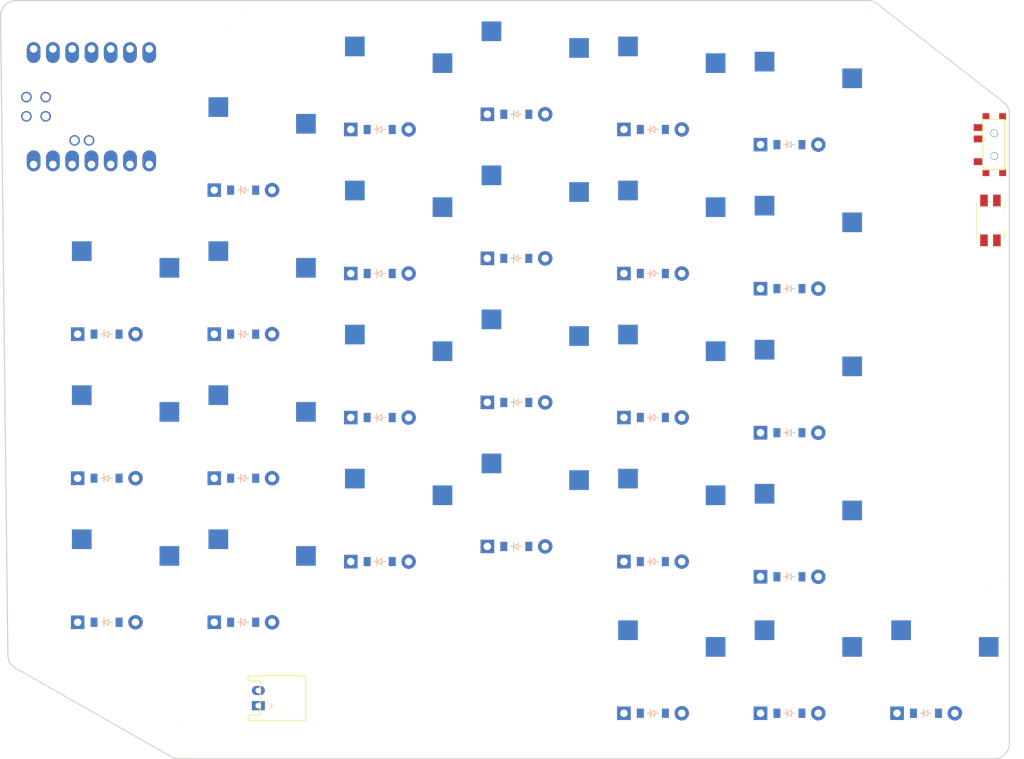
<source format=kicad_pcb>


(kicad_pcb (version 20171130) (host pcbnew 5.1.6)

  (page A3)
  (title_block
    (title "left")
    (rev "v1.0.0")
    (company "Unknown")
  )

  (general
    (thickness 1.6)
  )

  (layers
    (0 F.Cu signal)
    (31 B.Cu signal)
    (32 B.Adhes user)
    (33 F.Adhes user)
    (34 B.Paste user)
    (35 F.Paste user)
    (36 B.SilkS user)
    (37 F.SilkS user)
    (38 B.Mask user)
    (39 F.Mask user)
    (40 Dwgs.User user)
    (41 Cmts.User user)
    (42 Eco1.User user)
    (43 Eco2.User user)
    (44 Edge.Cuts user)
    (45 Margin user)
    (46 B.CrtYd user)
    (47 F.CrtYd user)
    (48 B.Fab user)
    (49 F.Fab user)
  )

  (setup
    (last_trace_width 0.25)
    (trace_clearance 0.2)
    (zone_clearance 0.508)
    (zone_45_only no)
    (trace_min 0.2)
    (via_size 0.8)
    (via_drill 0.4)
    (via_min_size 0.4)
    (via_min_drill 0.3)
    (uvia_size 0.3)
    (uvia_drill 0.1)
    (uvias_allowed no)
    (uvia_min_size 0.2)
    (uvia_min_drill 0.1)
    (edge_width 0.05)
    (segment_width 0.2)
    (pcb_text_width 0.3)
    (pcb_text_size 1.5 1.5)
    (mod_edge_width 0.12)
    (mod_text_size 1 1)
    (mod_text_width 0.15)
    (pad_size 1.524 1.524)
    (pad_drill 0.762)
    (pad_to_mask_clearance 0.05)
    (aux_axis_origin 0 0)
    (visible_elements FFFFFF7F)
    (pcbplotparams
      (layerselection 0x010fc_ffffffff)
      (usegerberextensions false)
      (usegerberattributes true)
      (usegerberadvancedattributes true)
      (creategerberjobfile true)
      (excludeedgelayer true)
      (linewidth 0.100000)
      (plotframeref false)
      (viasonmask false)
      (mode 1)
      (useauxorigin false)
      (hpglpennumber 1)
      (hpglpenspeed 20)
      (hpglpendiameter 15.000000)
      (psnegative false)
      (psa4output false)
      (plotreference true)
      (plotvalue true)
      (plotinvisibletext false)
      (padsonsilk false)
      (subtractmaskfromsilk false)
      (outputformat 1)
      (mirror false)
      (drillshape 1)
      (scaleselection 1)
      (outputdirectory ""))
  )

  (net 0 "")
(net 1 "outer_bottom")
(net 2 "P7")
(net 3 "outer_middle")
(net 4 "P8")
(net 5 "outer_top")
(net 6 "P9")
(net 7 "pinky_bottom")
(net 8 "pinky_middle")
(net 9 "pinky_top")
(net 10 "pinky_num")
(net 11 "ring_bottom")
(net 12 "ring_middle")
(net 13 "ring_top")
(net 14 "ring_num")
(net 15 "middle_bottom")
(net 16 "middle_middle")
(net 17 "middle_top")
(net 18 "middle_num")
(net 19 "index_bottom")
(net 20 "index_middle")
(net 21 "index_top")
(net 22 "index_num")
(net 23 "inner_bottom")
(net 24 "inner_middle")
(net 25 "inner_top")
(net 26 "inner_num")
(net 27 "inner_clusters")
(net 28 "P6")
(net 29 "middle_clusters")
(net 30 "outer_clusters")
(net 31 "VCC5")
(net 32 "GND")
(net 33 "VCC3")
(net 34 "RST")
(net 35 "RAW")
(net 36 "BAT+")
(net 37 "BAT-")
(net 38 "CLK")
(net 39 "DIO")
(net 40 "P0")
(net 41 "P1")
(net 42 "P2")
(net 43 "P3")
(net 44 "P4")
(net 45 "P5")
(net 46 "P10")
(net 47 "pos")
(net 48 "Rst")

  (net_class Default "This is the default net class."
    (clearance 0.2)
    (trace_width 0.25)
    (via_dia 0.8)
    (via_drill 0.4)
    (uvia_dia 0.3)
    (uvia_drill 0.1)
    (add_net "")
(add_net "outer_bottom")
(add_net "P7")
(add_net "outer_middle")
(add_net "P8")
(add_net "outer_top")
(add_net "P9")
(add_net "pinky_bottom")
(add_net "pinky_middle")
(add_net "pinky_top")
(add_net "pinky_num")
(add_net "ring_bottom")
(add_net "ring_middle")
(add_net "ring_top")
(add_net "ring_num")
(add_net "middle_bottom")
(add_net "middle_middle")
(add_net "middle_top")
(add_net "middle_num")
(add_net "index_bottom")
(add_net "index_middle")
(add_net "index_top")
(add_net "index_num")
(add_net "inner_bottom")
(add_net "inner_middle")
(add_net "inner_top")
(add_net "inner_num")
(add_net "inner_clusters")
(add_net "P6")
(add_net "middle_clusters")
(add_net "outer_clusters")
(add_net "VCC5")
(add_net "GND")
(add_net "VCC3")
(add_net "RST")
(add_net "RAW")
(add_net "BAT+")
(add_net "BAT-")
(add_net "CLK")
(add_net "DIO")
(add_net "P0")
(add_net "P1")
(add_net "P2")
(add_net "P3")
(add_net "P4")
(add_net "P5")
(add_net "P10")
(add_net "pos")
(add_net "Rst")
  )

  
        
      (module PG1350 (layer F.Cu) (tedit 5DD50112)
      (at 100 150 0)

      
      (fp_text reference "S1" (at 0 0) (layer F.SilkS) hide (effects (font (size 1.27 1.27) (thickness 0.15))))
      (fp_text value "" (at 0 0) (layer F.SilkS) hide (effects (font (size 1.27 1.27) (thickness 0.15))))

      
      (fp_line (start -7 -6) (end -7 -7) (layer Dwgs.User) (width 0.15))
      (fp_line (start -7 7) (end -6 7) (layer Dwgs.User) (width 0.15))
      (fp_line (start -6 -7) (end -7 -7) (layer Dwgs.User) (width 0.15))
      (fp_line (start -7 7) (end -7 6) (layer Dwgs.User) (width 0.15))
      (fp_line (start 7 6) (end 7 7) (layer Dwgs.User) (width 0.15))
      (fp_line (start 7 -7) (end 6 -7) (layer Dwgs.User) (width 0.15))
      (fp_line (start 6 7) (end 7 7) (layer Dwgs.User) (width 0.15))
      (fp_line (start 7 -7) (end 7 -6) (layer Dwgs.User) (width 0.15))      
      
      
      (pad "" np_thru_hole circle (at 0 0) (size 3.429 3.429) (drill 3.429) (layers *.Cu *.Mask))
        
      
      (pad "" np_thru_hole circle (at 5.5 0) (size 1.7018 1.7018) (drill 1.7018) (layers *.Cu *.Mask))
      (pad "" np_thru_hole circle (at -5.5 0) (size 1.7018 1.7018) (drill 1.7018) (layers *.Cu *.Mask))
      
        
      
      (fp_line (start -9 -8.5) (end 9 -8.5) (layer Dwgs.User) (width 0.15))
      (fp_line (start 9 -8.5) (end 9 8.5) (layer Dwgs.User) (width 0.15))
      (fp_line (start 9 8.5) (end -9 8.5) (layer Dwgs.User) (width 0.15))
      (fp_line (start -9 8.5) (end -9 -8.5) (layer Dwgs.User) (width 0.15))
      
        
          
          (pad "" np_thru_hole circle (at 5 -3.75) (size 3 3) (drill 3) (layers *.Cu *.Mask))
          (pad "" np_thru_hole circle (at 0 -5.95) (size 3 3) (drill 3) (layers *.Cu *.Mask))
      
          
          (pad 1 smd rect (at -3.275 -5.95 0) (size 2.6 2.6) (layers B.Cu B.Paste B.Mask)  (net 0 ""))
          (pad 2 smd rect (at 8.275 -3.75 0) (size 2.6 2.6) (layers B.Cu B.Paste B.Mask)  (net 0 ""))
        )
        

        
      (module PG1350 (layer F.Cu) (tedit 5DD50112)
      (at 100 131 0)

      
      (fp_text reference "S2" (at 0 0) (layer F.SilkS) hide (effects (font (size 1.27 1.27) (thickness 0.15))))
      (fp_text value "" (at 0 0) (layer F.SilkS) hide (effects (font (size 1.27 1.27) (thickness 0.15))))

      
      (fp_line (start -7 -6) (end -7 -7) (layer Dwgs.User) (width 0.15))
      (fp_line (start -7 7) (end -6 7) (layer Dwgs.User) (width 0.15))
      (fp_line (start -6 -7) (end -7 -7) (layer Dwgs.User) (width 0.15))
      (fp_line (start -7 7) (end -7 6) (layer Dwgs.User) (width 0.15))
      (fp_line (start 7 6) (end 7 7) (layer Dwgs.User) (width 0.15))
      (fp_line (start 7 -7) (end 6 -7) (layer Dwgs.User) (width 0.15))
      (fp_line (start 6 7) (end 7 7) (layer Dwgs.User) (width 0.15))
      (fp_line (start 7 -7) (end 7 -6) (layer Dwgs.User) (width 0.15))      
      
      
      (pad "" np_thru_hole circle (at 0 0) (size 3.429 3.429) (drill 3.429) (layers *.Cu *.Mask))
        
      
      (pad "" np_thru_hole circle (at 5.5 0) (size 1.7018 1.7018) (drill 1.7018) (layers *.Cu *.Mask))
      (pad "" np_thru_hole circle (at -5.5 0) (size 1.7018 1.7018) (drill 1.7018) (layers *.Cu *.Mask))
      
        
      
      (fp_line (start -9 -8.5) (end 9 -8.5) (layer Dwgs.User) (width 0.15))
      (fp_line (start 9 -8.5) (end 9 8.5) (layer Dwgs.User) (width 0.15))
      (fp_line (start 9 8.5) (end -9 8.5) (layer Dwgs.User) (width 0.15))
      (fp_line (start -9 8.5) (end -9 -8.5) (layer Dwgs.User) (width 0.15))
      
        
          
          (pad "" np_thru_hole circle (at 5 -3.75) (size 3 3) (drill 3) (layers *.Cu *.Mask))
          (pad "" np_thru_hole circle (at 0 -5.95) (size 3 3) (drill 3) (layers *.Cu *.Mask))
      
          
          (pad 1 smd rect (at -3.275 -5.95 0) (size 2.6 2.6) (layers B.Cu B.Paste B.Mask)  (net 0 ""))
          (pad 2 smd rect (at 8.275 -3.75 0) (size 2.6 2.6) (layers B.Cu B.Paste B.Mask)  (net 0 ""))
        )
        

        
      (module PG1350 (layer F.Cu) (tedit 5DD50112)
      (at 100 112 0)

      
      (fp_text reference "S3" (at 0 0) (layer F.SilkS) hide (effects (font (size 1.27 1.27) (thickness 0.15))))
      (fp_text value "" (at 0 0) (layer F.SilkS) hide (effects (font (size 1.27 1.27) (thickness 0.15))))

      
      (fp_line (start -7 -6) (end -7 -7) (layer Dwgs.User) (width 0.15))
      (fp_line (start -7 7) (end -6 7) (layer Dwgs.User) (width 0.15))
      (fp_line (start -6 -7) (end -7 -7) (layer Dwgs.User) (width 0.15))
      (fp_line (start -7 7) (end -7 6) (layer Dwgs.User) (width 0.15))
      (fp_line (start 7 6) (end 7 7) (layer Dwgs.User) (width 0.15))
      (fp_line (start 7 -7) (end 6 -7) (layer Dwgs.User) (width 0.15))
      (fp_line (start 6 7) (end 7 7) (layer Dwgs.User) (width 0.15))
      (fp_line (start 7 -7) (end 7 -6) (layer Dwgs.User) (width 0.15))      
      
      
      (pad "" np_thru_hole circle (at 0 0) (size 3.429 3.429) (drill 3.429) (layers *.Cu *.Mask))
        
      
      (pad "" np_thru_hole circle (at 5.5 0) (size 1.7018 1.7018) (drill 1.7018) (layers *.Cu *.Mask))
      (pad "" np_thru_hole circle (at -5.5 0) (size 1.7018 1.7018) (drill 1.7018) (layers *.Cu *.Mask))
      
        
      
      (fp_line (start -9 -8.5) (end 9 -8.5) (layer Dwgs.User) (width 0.15))
      (fp_line (start 9 -8.5) (end 9 8.5) (layer Dwgs.User) (width 0.15))
      (fp_line (start 9 8.5) (end -9 8.5) (layer Dwgs.User) (width 0.15))
      (fp_line (start -9 8.5) (end -9 -8.5) (layer Dwgs.User) (width 0.15))
      
        
          
          (pad "" np_thru_hole circle (at 5 -3.75) (size 3 3) (drill 3) (layers *.Cu *.Mask))
          (pad "" np_thru_hole circle (at 0 -5.95) (size 3 3) (drill 3) (layers *.Cu *.Mask))
      
          
          (pad 1 smd rect (at -3.275 -5.95 0) (size 2.6 2.6) (layers B.Cu B.Paste B.Mask)  (net 0 ""))
          (pad 2 smd rect (at 8.275 -3.75 0) (size 2.6 2.6) (layers B.Cu B.Paste B.Mask)  (net 0 ""))
        )
        

        
      (module PG1350 (layer F.Cu) (tedit 5DD50112)
      (at 118 150 0)

      
      (fp_text reference "S4" (at 0 0) (layer F.SilkS) hide (effects (font (size 1.27 1.27) (thickness 0.15))))
      (fp_text value "" (at 0 0) (layer F.SilkS) hide (effects (font (size 1.27 1.27) (thickness 0.15))))

      
      (fp_line (start -7 -6) (end -7 -7) (layer Dwgs.User) (width 0.15))
      (fp_line (start -7 7) (end -6 7) (layer Dwgs.User) (width 0.15))
      (fp_line (start -6 -7) (end -7 -7) (layer Dwgs.User) (width 0.15))
      (fp_line (start -7 7) (end -7 6) (layer Dwgs.User) (width 0.15))
      (fp_line (start 7 6) (end 7 7) (layer Dwgs.User) (width 0.15))
      (fp_line (start 7 -7) (end 6 -7) (layer Dwgs.User) (width 0.15))
      (fp_line (start 6 7) (end 7 7) (layer Dwgs.User) (width 0.15))
      (fp_line (start 7 -7) (end 7 -6) (layer Dwgs.User) (width 0.15))      
      
      
      (pad "" np_thru_hole circle (at 0 0) (size 3.429 3.429) (drill 3.429) (layers *.Cu *.Mask))
        
      
      (pad "" np_thru_hole circle (at 5.5 0) (size 1.7018 1.7018) (drill 1.7018) (layers *.Cu *.Mask))
      (pad "" np_thru_hole circle (at -5.5 0) (size 1.7018 1.7018) (drill 1.7018) (layers *.Cu *.Mask))
      
        
      
      (fp_line (start -9 -8.5) (end 9 -8.5) (layer Dwgs.User) (width 0.15))
      (fp_line (start 9 -8.5) (end 9 8.5) (layer Dwgs.User) (width 0.15))
      (fp_line (start 9 8.5) (end -9 8.5) (layer Dwgs.User) (width 0.15))
      (fp_line (start -9 8.5) (end -9 -8.5) (layer Dwgs.User) (width 0.15))
      
        
          
          (pad "" np_thru_hole circle (at 5 -3.75) (size 3 3) (drill 3) (layers *.Cu *.Mask))
          (pad "" np_thru_hole circle (at 0 -5.95) (size 3 3) (drill 3) (layers *.Cu *.Mask))
      
          
          (pad 1 smd rect (at -3.275 -5.95 0) (size 2.6 2.6) (layers B.Cu B.Paste B.Mask)  (net 0 ""))
          (pad 2 smd rect (at 8.275 -3.75 0) (size 2.6 2.6) (layers B.Cu B.Paste B.Mask)  (net 0 ""))
        )
        

        
      (module PG1350 (layer F.Cu) (tedit 5DD50112)
      (at 118 131 0)

      
      (fp_text reference "S5" (at 0 0) (layer F.SilkS) hide (effects (font (size 1.27 1.27) (thickness 0.15))))
      (fp_text value "" (at 0 0) (layer F.SilkS) hide (effects (font (size 1.27 1.27) (thickness 0.15))))

      
      (fp_line (start -7 -6) (end -7 -7) (layer Dwgs.User) (width 0.15))
      (fp_line (start -7 7) (end -6 7) (layer Dwgs.User) (width 0.15))
      (fp_line (start -6 -7) (end -7 -7) (layer Dwgs.User) (width 0.15))
      (fp_line (start -7 7) (end -7 6) (layer Dwgs.User) (width 0.15))
      (fp_line (start 7 6) (end 7 7) (layer Dwgs.User) (width 0.15))
      (fp_line (start 7 -7) (end 6 -7) (layer Dwgs.User) (width 0.15))
      (fp_line (start 6 7) (end 7 7) (layer Dwgs.User) (width 0.15))
      (fp_line (start 7 -7) (end 7 -6) (layer Dwgs.User) (width 0.15))      
      
      
      (pad "" np_thru_hole circle (at 0 0) (size 3.429 3.429) (drill 3.429) (layers *.Cu *.Mask))
        
      
      (pad "" np_thru_hole circle (at 5.5 0) (size 1.7018 1.7018) (drill 1.7018) (layers *.Cu *.Mask))
      (pad "" np_thru_hole circle (at -5.5 0) (size 1.7018 1.7018) (drill 1.7018) (layers *.Cu *.Mask))
      
        
      
      (fp_line (start -9 -8.5) (end 9 -8.5) (layer Dwgs.User) (width 0.15))
      (fp_line (start 9 -8.5) (end 9 8.5) (layer Dwgs.User) (width 0.15))
      (fp_line (start 9 8.5) (end -9 8.5) (layer Dwgs.User) (width 0.15))
      (fp_line (start -9 8.5) (end -9 -8.5) (layer Dwgs.User) (width 0.15))
      
        
          
          (pad "" np_thru_hole circle (at 5 -3.75) (size 3 3) (drill 3) (layers *.Cu *.Mask))
          (pad "" np_thru_hole circle (at 0 -5.95) (size 3 3) (drill 3) (layers *.Cu *.Mask))
      
          
          (pad 1 smd rect (at -3.275 -5.95 0) (size 2.6 2.6) (layers B.Cu B.Paste B.Mask)  (net 0 ""))
          (pad 2 smd rect (at 8.275 -3.75 0) (size 2.6 2.6) (layers B.Cu B.Paste B.Mask)  (net 0 ""))
        )
        

        
      (module PG1350 (layer F.Cu) (tedit 5DD50112)
      (at 118 112 0)

      
      (fp_text reference "S6" (at 0 0) (layer F.SilkS) hide (effects (font (size 1.27 1.27) (thickness 0.15))))
      (fp_text value "" (at 0 0) (layer F.SilkS) hide (effects (font (size 1.27 1.27) (thickness 0.15))))

      
      (fp_line (start -7 -6) (end -7 -7) (layer Dwgs.User) (width 0.15))
      (fp_line (start -7 7) (end -6 7) (layer Dwgs.User) (width 0.15))
      (fp_line (start -6 -7) (end -7 -7) (layer Dwgs.User) (width 0.15))
      (fp_line (start -7 7) (end -7 6) (layer Dwgs.User) (width 0.15))
      (fp_line (start 7 6) (end 7 7) (layer Dwgs.User) (width 0.15))
      (fp_line (start 7 -7) (end 6 -7) (layer Dwgs.User) (width 0.15))
      (fp_line (start 6 7) (end 7 7) (layer Dwgs.User) (width 0.15))
      (fp_line (start 7 -7) (end 7 -6) (layer Dwgs.User) (width 0.15))      
      
      
      (pad "" np_thru_hole circle (at 0 0) (size 3.429 3.429) (drill 3.429) (layers *.Cu *.Mask))
        
      
      (pad "" np_thru_hole circle (at 5.5 0) (size 1.7018 1.7018) (drill 1.7018) (layers *.Cu *.Mask))
      (pad "" np_thru_hole circle (at -5.5 0) (size 1.7018 1.7018) (drill 1.7018) (layers *.Cu *.Mask))
      
        
      
      (fp_line (start -9 -8.5) (end 9 -8.5) (layer Dwgs.User) (width 0.15))
      (fp_line (start 9 -8.5) (end 9 8.5) (layer Dwgs.User) (width 0.15))
      (fp_line (start 9 8.5) (end -9 8.5) (layer Dwgs.User) (width 0.15))
      (fp_line (start -9 8.5) (end -9 -8.5) (layer Dwgs.User) (width 0.15))
      
        
          
          (pad "" np_thru_hole circle (at 5 -3.75) (size 3 3) (drill 3) (layers *.Cu *.Mask))
          (pad "" np_thru_hole circle (at 0 -5.95) (size 3 3) (drill 3) (layers *.Cu *.Mask))
      
          
          (pad 1 smd rect (at -3.275 -5.95 0) (size 2.6 2.6) (layers B.Cu B.Paste B.Mask)  (net 0 ""))
          (pad 2 smd rect (at 8.275 -3.75 0) (size 2.6 2.6) (layers B.Cu B.Paste B.Mask)  (net 0 ""))
        )
        

        
      (module PG1350 (layer F.Cu) (tedit 5DD50112)
      (at 118 93 0)

      
      (fp_text reference "S7" (at 0 0) (layer F.SilkS) hide (effects (font (size 1.27 1.27) (thickness 0.15))))
      (fp_text value "" (at 0 0) (layer F.SilkS) hide (effects (font (size 1.27 1.27) (thickness 0.15))))

      
      (fp_line (start -7 -6) (end -7 -7) (layer Dwgs.User) (width 0.15))
      (fp_line (start -7 7) (end -6 7) (layer Dwgs.User) (width 0.15))
      (fp_line (start -6 -7) (end -7 -7) (layer Dwgs.User) (width 0.15))
      (fp_line (start -7 7) (end -7 6) (layer Dwgs.User) (width 0.15))
      (fp_line (start 7 6) (end 7 7) (layer Dwgs.User) (width 0.15))
      (fp_line (start 7 -7) (end 6 -7) (layer Dwgs.User) (width 0.15))
      (fp_line (start 6 7) (end 7 7) (layer Dwgs.User) (width 0.15))
      (fp_line (start 7 -7) (end 7 -6) (layer Dwgs.User) (width 0.15))      
      
      
      (pad "" np_thru_hole circle (at 0 0) (size 3.429 3.429) (drill 3.429) (layers *.Cu *.Mask))
        
      
      (pad "" np_thru_hole circle (at 5.5 0) (size 1.7018 1.7018) (drill 1.7018) (layers *.Cu *.Mask))
      (pad "" np_thru_hole circle (at -5.5 0) (size 1.7018 1.7018) (drill 1.7018) (layers *.Cu *.Mask))
      
        
      
      (fp_line (start -9 -8.5) (end 9 -8.5) (layer Dwgs.User) (width 0.15))
      (fp_line (start 9 -8.5) (end 9 8.5) (layer Dwgs.User) (width 0.15))
      (fp_line (start 9 8.5) (end -9 8.5) (layer Dwgs.User) (width 0.15))
      (fp_line (start -9 8.5) (end -9 -8.5) (layer Dwgs.User) (width 0.15))
      
        
          
          (pad "" np_thru_hole circle (at 5 -3.75) (size 3 3) (drill 3) (layers *.Cu *.Mask))
          (pad "" np_thru_hole circle (at 0 -5.95) (size 3 3) (drill 3) (layers *.Cu *.Mask))
      
          
          (pad 1 smd rect (at -3.275 -5.95 0) (size 2.6 2.6) (layers B.Cu B.Paste B.Mask)  (net 0 ""))
          (pad 2 smd rect (at 8.275 -3.75 0) (size 2.6 2.6) (layers B.Cu B.Paste B.Mask)  (net 0 ""))
        )
        

        
      (module PG1350 (layer F.Cu) (tedit 5DD50112)
      (at 136 142 0)

      
      (fp_text reference "S8" (at 0 0) (layer F.SilkS) hide (effects (font (size 1.27 1.27) (thickness 0.15))))
      (fp_text value "" (at 0 0) (layer F.SilkS) hide (effects (font (size 1.27 1.27) (thickness 0.15))))

      
      (fp_line (start -7 -6) (end -7 -7) (layer Dwgs.User) (width 0.15))
      (fp_line (start -7 7) (end -6 7) (layer Dwgs.User) (width 0.15))
      (fp_line (start -6 -7) (end -7 -7) (layer Dwgs.User) (width 0.15))
      (fp_line (start -7 7) (end -7 6) (layer Dwgs.User) (width 0.15))
      (fp_line (start 7 6) (end 7 7) (layer Dwgs.User) (width 0.15))
      (fp_line (start 7 -7) (end 6 -7) (layer Dwgs.User) (width 0.15))
      (fp_line (start 6 7) (end 7 7) (layer Dwgs.User) (width 0.15))
      (fp_line (start 7 -7) (end 7 -6) (layer Dwgs.User) (width 0.15))      
      
      
      (pad "" np_thru_hole circle (at 0 0) (size 3.429 3.429) (drill 3.429) (layers *.Cu *.Mask))
        
      
      (pad "" np_thru_hole circle (at 5.5 0) (size 1.7018 1.7018) (drill 1.7018) (layers *.Cu *.Mask))
      (pad "" np_thru_hole circle (at -5.5 0) (size 1.7018 1.7018) (drill 1.7018) (layers *.Cu *.Mask))
      
        
      
      (fp_line (start -9 -8.5) (end 9 -8.5) (layer Dwgs.User) (width 0.15))
      (fp_line (start 9 -8.5) (end 9 8.5) (layer Dwgs.User) (width 0.15))
      (fp_line (start 9 8.5) (end -9 8.5) (layer Dwgs.User) (width 0.15))
      (fp_line (start -9 8.5) (end -9 -8.5) (layer Dwgs.User) (width 0.15))
      
        
          
          (pad "" np_thru_hole circle (at 5 -3.75) (size 3 3) (drill 3) (layers *.Cu *.Mask))
          (pad "" np_thru_hole circle (at 0 -5.95) (size 3 3) (drill 3) (layers *.Cu *.Mask))
      
          
          (pad 1 smd rect (at -3.275 -5.95 0) (size 2.6 2.6) (layers B.Cu B.Paste B.Mask)  (net 0 ""))
          (pad 2 smd rect (at 8.275 -3.75 0) (size 2.6 2.6) (layers B.Cu B.Paste B.Mask)  (net 0 ""))
        )
        

        
      (module PG1350 (layer F.Cu) (tedit 5DD50112)
      (at 136 123 0)

      
      (fp_text reference "S9" (at 0 0) (layer F.SilkS) hide (effects (font (size 1.27 1.27) (thickness 0.15))))
      (fp_text value "" (at 0 0) (layer F.SilkS) hide (effects (font (size 1.27 1.27) (thickness 0.15))))

      
      (fp_line (start -7 -6) (end -7 -7) (layer Dwgs.User) (width 0.15))
      (fp_line (start -7 7) (end -6 7) (layer Dwgs.User) (width 0.15))
      (fp_line (start -6 -7) (end -7 -7) (layer Dwgs.User) (width 0.15))
      (fp_line (start -7 7) (end -7 6) (layer Dwgs.User) (width 0.15))
      (fp_line (start 7 6) (end 7 7) (layer Dwgs.User) (width 0.15))
      (fp_line (start 7 -7) (end 6 -7) (layer Dwgs.User) (width 0.15))
      (fp_line (start 6 7) (end 7 7) (layer Dwgs.User) (width 0.15))
      (fp_line (start 7 -7) (end 7 -6) (layer Dwgs.User) (width 0.15))      
      
      
      (pad "" np_thru_hole circle (at 0 0) (size 3.429 3.429) (drill 3.429) (layers *.Cu *.Mask))
        
      
      (pad "" np_thru_hole circle (at 5.5 0) (size 1.7018 1.7018) (drill 1.7018) (layers *.Cu *.Mask))
      (pad "" np_thru_hole circle (at -5.5 0) (size 1.7018 1.7018) (drill 1.7018) (layers *.Cu *.Mask))
      
        
      
      (fp_line (start -9 -8.5) (end 9 -8.5) (layer Dwgs.User) (width 0.15))
      (fp_line (start 9 -8.5) (end 9 8.5) (layer Dwgs.User) (width 0.15))
      (fp_line (start 9 8.5) (end -9 8.5) (layer Dwgs.User) (width 0.15))
      (fp_line (start -9 8.5) (end -9 -8.5) (layer Dwgs.User) (width 0.15))
      
        
          
          (pad "" np_thru_hole circle (at 5 -3.75) (size 3 3) (drill 3) (layers *.Cu *.Mask))
          (pad "" np_thru_hole circle (at 0 -5.95) (size 3 3) (drill 3) (layers *.Cu *.Mask))
      
          
          (pad 1 smd rect (at -3.275 -5.95 0) (size 2.6 2.6) (layers B.Cu B.Paste B.Mask)  (net 0 ""))
          (pad 2 smd rect (at 8.275 -3.75 0) (size 2.6 2.6) (layers B.Cu B.Paste B.Mask)  (net 0 ""))
        )
        

        
      (module PG1350 (layer F.Cu) (tedit 5DD50112)
      (at 136 104 0)

      
      (fp_text reference "S10" (at 0 0) (layer F.SilkS) hide (effects (font (size 1.27 1.27) (thickness 0.15))))
      (fp_text value "" (at 0 0) (layer F.SilkS) hide (effects (font (size 1.27 1.27) (thickness 0.15))))

      
      (fp_line (start -7 -6) (end -7 -7) (layer Dwgs.User) (width 0.15))
      (fp_line (start -7 7) (end -6 7) (layer Dwgs.User) (width 0.15))
      (fp_line (start -6 -7) (end -7 -7) (layer Dwgs.User) (width 0.15))
      (fp_line (start -7 7) (end -7 6) (layer Dwgs.User) (width 0.15))
      (fp_line (start 7 6) (end 7 7) (layer Dwgs.User) (width 0.15))
      (fp_line (start 7 -7) (end 6 -7) (layer Dwgs.User) (width 0.15))
      (fp_line (start 6 7) (end 7 7) (layer Dwgs.User) (width 0.15))
      (fp_line (start 7 -7) (end 7 -6) (layer Dwgs.User) (width 0.15))      
      
      
      (pad "" np_thru_hole circle (at 0 0) (size 3.429 3.429) (drill 3.429) (layers *.Cu *.Mask))
        
      
      (pad "" np_thru_hole circle (at 5.5 0) (size 1.7018 1.7018) (drill 1.7018) (layers *.Cu *.Mask))
      (pad "" np_thru_hole circle (at -5.5 0) (size 1.7018 1.7018) (drill 1.7018) (layers *.Cu *.Mask))
      
        
      
      (fp_line (start -9 -8.5) (end 9 -8.5) (layer Dwgs.User) (width 0.15))
      (fp_line (start 9 -8.5) (end 9 8.5) (layer Dwgs.User) (width 0.15))
      (fp_line (start 9 8.5) (end -9 8.5) (layer Dwgs.User) (width 0.15))
      (fp_line (start -9 8.5) (end -9 -8.5) (layer Dwgs.User) (width 0.15))
      
        
          
          (pad "" np_thru_hole circle (at 5 -3.75) (size 3 3) (drill 3) (layers *.Cu *.Mask))
          (pad "" np_thru_hole circle (at 0 -5.95) (size 3 3) (drill 3) (layers *.Cu *.Mask))
      
          
          (pad 1 smd rect (at -3.275 -5.95 0) (size 2.6 2.6) (layers B.Cu B.Paste B.Mask)  (net 0 ""))
          (pad 2 smd rect (at 8.275 -3.75 0) (size 2.6 2.6) (layers B.Cu B.Paste B.Mask)  (net 0 ""))
        )
        

        
      (module PG1350 (layer F.Cu) (tedit 5DD50112)
      (at 136 85 0)

      
      (fp_text reference "S11" (at 0 0) (layer F.SilkS) hide (effects (font (size 1.27 1.27) (thickness 0.15))))
      (fp_text value "" (at 0 0) (layer F.SilkS) hide (effects (font (size 1.27 1.27) (thickness 0.15))))

      
      (fp_line (start -7 -6) (end -7 -7) (layer Dwgs.User) (width 0.15))
      (fp_line (start -7 7) (end -6 7) (layer Dwgs.User) (width 0.15))
      (fp_line (start -6 -7) (end -7 -7) (layer Dwgs.User) (width 0.15))
      (fp_line (start -7 7) (end -7 6) (layer Dwgs.User) (width 0.15))
      (fp_line (start 7 6) (end 7 7) (layer Dwgs.User) (width 0.15))
      (fp_line (start 7 -7) (end 6 -7) (layer Dwgs.User) (width 0.15))
      (fp_line (start 6 7) (end 7 7) (layer Dwgs.User) (width 0.15))
      (fp_line (start 7 -7) (end 7 -6) (layer Dwgs.User) (width 0.15))      
      
      
      (pad "" np_thru_hole circle (at 0 0) (size 3.429 3.429) (drill 3.429) (layers *.Cu *.Mask))
        
      
      (pad "" np_thru_hole circle (at 5.5 0) (size 1.7018 1.7018) (drill 1.7018) (layers *.Cu *.Mask))
      (pad "" np_thru_hole circle (at -5.5 0) (size 1.7018 1.7018) (drill 1.7018) (layers *.Cu *.Mask))
      
        
      
      (fp_line (start -9 -8.5) (end 9 -8.5) (layer Dwgs.User) (width 0.15))
      (fp_line (start 9 -8.5) (end 9 8.5) (layer Dwgs.User) (width 0.15))
      (fp_line (start 9 8.5) (end -9 8.5) (layer Dwgs.User) (width 0.15))
      (fp_line (start -9 8.5) (end -9 -8.5) (layer Dwgs.User) (width 0.15))
      
        
          
          (pad "" np_thru_hole circle (at 5 -3.75) (size 3 3) (drill 3) (layers *.Cu *.Mask))
          (pad "" np_thru_hole circle (at 0 -5.95) (size 3 3) (drill 3) (layers *.Cu *.Mask))
      
          
          (pad 1 smd rect (at -3.275 -5.95 0) (size 2.6 2.6) (layers B.Cu B.Paste B.Mask)  (net 0 ""))
          (pad 2 smd rect (at 8.275 -3.75 0) (size 2.6 2.6) (layers B.Cu B.Paste B.Mask)  (net 0 ""))
        )
        

        
      (module PG1350 (layer F.Cu) (tedit 5DD50112)
      (at 154 140 0)

      
      (fp_text reference "S12" (at 0 0) (layer F.SilkS) hide (effects (font (size 1.27 1.27) (thickness 0.15))))
      (fp_text value "" (at 0 0) (layer F.SilkS) hide (effects (font (size 1.27 1.27) (thickness 0.15))))

      
      (fp_line (start -7 -6) (end -7 -7) (layer Dwgs.User) (width 0.15))
      (fp_line (start -7 7) (end -6 7) (layer Dwgs.User) (width 0.15))
      (fp_line (start -6 -7) (end -7 -7) (layer Dwgs.User) (width 0.15))
      (fp_line (start -7 7) (end -7 6) (layer Dwgs.User) (width 0.15))
      (fp_line (start 7 6) (end 7 7) (layer Dwgs.User) (width 0.15))
      (fp_line (start 7 -7) (end 6 -7) (layer Dwgs.User) (width 0.15))
      (fp_line (start 6 7) (end 7 7) (layer Dwgs.User) (width 0.15))
      (fp_line (start 7 -7) (end 7 -6) (layer Dwgs.User) (width 0.15))      
      
      
      (pad "" np_thru_hole circle (at 0 0) (size 3.429 3.429) (drill 3.429) (layers *.Cu *.Mask))
        
      
      (pad "" np_thru_hole circle (at 5.5 0) (size 1.7018 1.7018) (drill 1.7018) (layers *.Cu *.Mask))
      (pad "" np_thru_hole circle (at -5.5 0) (size 1.7018 1.7018) (drill 1.7018) (layers *.Cu *.Mask))
      
        
      
      (fp_line (start -9 -8.5) (end 9 -8.5) (layer Dwgs.User) (width 0.15))
      (fp_line (start 9 -8.5) (end 9 8.5) (layer Dwgs.User) (width 0.15))
      (fp_line (start 9 8.5) (end -9 8.5) (layer Dwgs.User) (width 0.15))
      (fp_line (start -9 8.5) (end -9 -8.5) (layer Dwgs.User) (width 0.15))
      
        
          
          (pad "" np_thru_hole circle (at 5 -3.75) (size 3 3) (drill 3) (layers *.Cu *.Mask))
          (pad "" np_thru_hole circle (at 0 -5.95) (size 3 3) (drill 3) (layers *.Cu *.Mask))
      
          
          (pad 1 smd rect (at -3.275 -5.95 0) (size 2.6 2.6) (layers B.Cu B.Paste B.Mask)  (net 0 ""))
          (pad 2 smd rect (at 8.275 -3.75 0) (size 2.6 2.6) (layers B.Cu B.Paste B.Mask)  (net 0 ""))
        )
        

        
      (module PG1350 (layer F.Cu) (tedit 5DD50112)
      (at 154 121 0)

      
      (fp_text reference "S13" (at 0 0) (layer F.SilkS) hide (effects (font (size 1.27 1.27) (thickness 0.15))))
      (fp_text value "" (at 0 0) (layer F.SilkS) hide (effects (font (size 1.27 1.27) (thickness 0.15))))

      
      (fp_line (start -7 -6) (end -7 -7) (layer Dwgs.User) (width 0.15))
      (fp_line (start -7 7) (end -6 7) (layer Dwgs.User) (width 0.15))
      (fp_line (start -6 -7) (end -7 -7) (layer Dwgs.User) (width 0.15))
      (fp_line (start -7 7) (end -7 6) (layer Dwgs.User) (width 0.15))
      (fp_line (start 7 6) (end 7 7) (layer Dwgs.User) (width 0.15))
      (fp_line (start 7 -7) (end 6 -7) (layer Dwgs.User) (width 0.15))
      (fp_line (start 6 7) (end 7 7) (layer Dwgs.User) (width 0.15))
      (fp_line (start 7 -7) (end 7 -6) (layer Dwgs.User) (width 0.15))      
      
      
      (pad "" np_thru_hole circle (at 0 0) (size 3.429 3.429) (drill 3.429) (layers *.Cu *.Mask))
        
      
      (pad "" np_thru_hole circle (at 5.5 0) (size 1.7018 1.7018) (drill 1.7018) (layers *.Cu *.Mask))
      (pad "" np_thru_hole circle (at -5.5 0) (size 1.7018 1.7018) (drill 1.7018) (layers *.Cu *.Mask))
      
        
      
      (fp_line (start -9 -8.5) (end 9 -8.5) (layer Dwgs.User) (width 0.15))
      (fp_line (start 9 -8.5) (end 9 8.5) (layer Dwgs.User) (width 0.15))
      (fp_line (start 9 8.5) (end -9 8.5) (layer Dwgs.User) (width 0.15))
      (fp_line (start -9 8.5) (end -9 -8.5) (layer Dwgs.User) (width 0.15))
      
        
          
          (pad "" np_thru_hole circle (at 5 -3.75) (size 3 3) (drill 3) (layers *.Cu *.Mask))
          (pad "" np_thru_hole circle (at 0 -5.95) (size 3 3) (drill 3) (layers *.Cu *.Mask))
      
          
          (pad 1 smd rect (at -3.275 -5.95 0) (size 2.6 2.6) (layers B.Cu B.Paste B.Mask)  (net 0 ""))
          (pad 2 smd rect (at 8.275 -3.75 0) (size 2.6 2.6) (layers B.Cu B.Paste B.Mask)  (net 0 ""))
        )
        

        
      (module PG1350 (layer F.Cu) (tedit 5DD50112)
      (at 154 102 0)

      
      (fp_text reference "S14" (at 0 0) (layer F.SilkS) hide (effects (font (size 1.27 1.27) (thickness 0.15))))
      (fp_text value "" (at 0 0) (layer F.SilkS) hide (effects (font (size 1.27 1.27) (thickness 0.15))))

      
      (fp_line (start -7 -6) (end -7 -7) (layer Dwgs.User) (width 0.15))
      (fp_line (start -7 7) (end -6 7) (layer Dwgs.User) (width 0.15))
      (fp_line (start -6 -7) (end -7 -7) (layer Dwgs.User) (width 0.15))
      (fp_line (start -7 7) (end -7 6) (layer Dwgs.User) (width 0.15))
      (fp_line (start 7 6) (end 7 7) (layer Dwgs.User) (width 0.15))
      (fp_line (start 7 -7) (end 6 -7) (layer Dwgs.User) (width 0.15))
      (fp_line (start 6 7) (end 7 7) (layer Dwgs.User) (width 0.15))
      (fp_line (start 7 -7) (end 7 -6) (layer Dwgs.User) (width 0.15))      
      
      
      (pad "" np_thru_hole circle (at 0 0) (size 3.429 3.429) (drill 3.429) (layers *.Cu *.Mask))
        
      
      (pad "" np_thru_hole circle (at 5.5 0) (size 1.7018 1.7018) (drill 1.7018) (layers *.Cu *.Mask))
      (pad "" np_thru_hole circle (at -5.5 0) (size 1.7018 1.7018) (drill 1.7018) (layers *.Cu *.Mask))
      
        
      
      (fp_line (start -9 -8.5) (end 9 -8.5) (layer Dwgs.User) (width 0.15))
      (fp_line (start 9 -8.5) (end 9 8.5) (layer Dwgs.User) (width 0.15))
      (fp_line (start 9 8.5) (end -9 8.5) (layer Dwgs.User) (width 0.15))
      (fp_line (start -9 8.5) (end -9 -8.5) (layer Dwgs.User) (width 0.15))
      
        
          
          (pad "" np_thru_hole circle (at 5 -3.75) (size 3 3) (drill 3) (layers *.Cu *.Mask))
          (pad "" np_thru_hole circle (at 0 -5.95) (size 3 3) (drill 3) (layers *.Cu *.Mask))
      
          
          (pad 1 smd rect (at -3.275 -5.95 0) (size 2.6 2.6) (layers B.Cu B.Paste B.Mask)  (net 0 ""))
          (pad 2 smd rect (at 8.275 -3.75 0) (size 2.6 2.6) (layers B.Cu B.Paste B.Mask)  (net 0 ""))
        )
        

        
      (module PG1350 (layer F.Cu) (tedit 5DD50112)
      (at 154 83 0)

      
      (fp_text reference "S15" (at 0 0) (layer F.SilkS) hide (effects (font (size 1.27 1.27) (thickness 0.15))))
      (fp_text value "" (at 0 0) (layer F.SilkS) hide (effects (font (size 1.27 1.27) (thickness 0.15))))

      
      (fp_line (start -7 -6) (end -7 -7) (layer Dwgs.User) (width 0.15))
      (fp_line (start -7 7) (end -6 7) (layer Dwgs.User) (width 0.15))
      (fp_line (start -6 -7) (end -7 -7) (layer Dwgs.User) (width 0.15))
      (fp_line (start -7 7) (end -7 6) (layer Dwgs.User) (width 0.15))
      (fp_line (start 7 6) (end 7 7) (layer Dwgs.User) (width 0.15))
      (fp_line (start 7 -7) (end 6 -7) (layer Dwgs.User) (width 0.15))
      (fp_line (start 6 7) (end 7 7) (layer Dwgs.User) (width 0.15))
      (fp_line (start 7 -7) (end 7 -6) (layer Dwgs.User) (width 0.15))      
      
      
      (pad "" np_thru_hole circle (at 0 0) (size 3.429 3.429) (drill 3.429) (layers *.Cu *.Mask))
        
      
      (pad "" np_thru_hole circle (at 5.5 0) (size 1.7018 1.7018) (drill 1.7018) (layers *.Cu *.Mask))
      (pad "" np_thru_hole circle (at -5.5 0) (size 1.7018 1.7018) (drill 1.7018) (layers *.Cu *.Mask))
      
        
      
      (fp_line (start -9 -8.5) (end 9 -8.5) (layer Dwgs.User) (width 0.15))
      (fp_line (start 9 -8.5) (end 9 8.5) (layer Dwgs.User) (width 0.15))
      (fp_line (start 9 8.5) (end -9 8.5) (layer Dwgs.User) (width 0.15))
      (fp_line (start -9 8.5) (end -9 -8.5) (layer Dwgs.User) (width 0.15))
      
        
          
          (pad "" np_thru_hole circle (at 5 -3.75) (size 3 3) (drill 3) (layers *.Cu *.Mask))
          (pad "" np_thru_hole circle (at 0 -5.95) (size 3 3) (drill 3) (layers *.Cu *.Mask))
      
          
          (pad 1 smd rect (at -3.275 -5.95 0) (size 2.6 2.6) (layers B.Cu B.Paste B.Mask)  (net 0 ""))
          (pad 2 smd rect (at 8.275 -3.75 0) (size 2.6 2.6) (layers B.Cu B.Paste B.Mask)  (net 0 ""))
        )
        

        
      (module PG1350 (layer F.Cu) (tedit 5DD50112)
      (at 172 142 0)

      
      (fp_text reference "S16" (at 0 0) (layer F.SilkS) hide (effects (font (size 1.27 1.27) (thickness 0.15))))
      (fp_text value "" (at 0 0) (layer F.SilkS) hide (effects (font (size 1.27 1.27) (thickness 0.15))))

      
      (fp_line (start -7 -6) (end -7 -7) (layer Dwgs.User) (width 0.15))
      (fp_line (start -7 7) (end -6 7) (layer Dwgs.User) (width 0.15))
      (fp_line (start -6 -7) (end -7 -7) (layer Dwgs.User) (width 0.15))
      (fp_line (start -7 7) (end -7 6) (layer Dwgs.User) (width 0.15))
      (fp_line (start 7 6) (end 7 7) (layer Dwgs.User) (width 0.15))
      (fp_line (start 7 -7) (end 6 -7) (layer Dwgs.User) (width 0.15))
      (fp_line (start 6 7) (end 7 7) (layer Dwgs.User) (width 0.15))
      (fp_line (start 7 -7) (end 7 -6) (layer Dwgs.User) (width 0.15))      
      
      
      (pad "" np_thru_hole circle (at 0 0) (size 3.429 3.429) (drill 3.429) (layers *.Cu *.Mask))
        
      
      (pad "" np_thru_hole circle (at 5.5 0) (size 1.7018 1.7018) (drill 1.7018) (layers *.Cu *.Mask))
      (pad "" np_thru_hole circle (at -5.5 0) (size 1.7018 1.7018) (drill 1.7018) (layers *.Cu *.Mask))
      
        
      
      (fp_line (start -9 -8.5) (end 9 -8.5) (layer Dwgs.User) (width 0.15))
      (fp_line (start 9 -8.5) (end 9 8.5) (layer Dwgs.User) (width 0.15))
      (fp_line (start 9 8.5) (end -9 8.5) (layer Dwgs.User) (width 0.15))
      (fp_line (start -9 8.5) (end -9 -8.5) (layer Dwgs.User) (width 0.15))
      
        
          
          (pad "" np_thru_hole circle (at 5 -3.75) (size 3 3) (drill 3) (layers *.Cu *.Mask))
          (pad "" np_thru_hole circle (at 0 -5.95) (size 3 3) (drill 3) (layers *.Cu *.Mask))
      
          
          (pad 1 smd rect (at -3.275 -5.95 0) (size 2.6 2.6) (layers B.Cu B.Paste B.Mask)  (net 0 ""))
          (pad 2 smd rect (at 8.275 -3.75 0) (size 2.6 2.6) (layers B.Cu B.Paste B.Mask)  (net 0 ""))
        )
        

        
      (module PG1350 (layer F.Cu) (tedit 5DD50112)
      (at 172 123 0)

      
      (fp_text reference "S17" (at 0 0) (layer F.SilkS) hide (effects (font (size 1.27 1.27) (thickness 0.15))))
      (fp_text value "" (at 0 0) (layer F.SilkS) hide (effects (font (size 1.27 1.27) (thickness 0.15))))

      
      (fp_line (start -7 -6) (end -7 -7) (layer Dwgs.User) (width 0.15))
      (fp_line (start -7 7) (end -6 7) (layer Dwgs.User) (width 0.15))
      (fp_line (start -6 -7) (end -7 -7) (layer Dwgs.User) (width 0.15))
      (fp_line (start -7 7) (end -7 6) (layer Dwgs.User) (width 0.15))
      (fp_line (start 7 6) (end 7 7) (layer Dwgs.User) (width 0.15))
      (fp_line (start 7 -7) (end 6 -7) (layer Dwgs.User) (width 0.15))
      (fp_line (start 6 7) (end 7 7) (layer Dwgs.User) (width 0.15))
      (fp_line (start 7 -7) (end 7 -6) (layer Dwgs.User) (width 0.15))      
      
      
      (pad "" np_thru_hole circle (at 0 0) (size 3.429 3.429) (drill 3.429) (layers *.Cu *.Mask))
        
      
      (pad "" np_thru_hole circle (at 5.5 0) (size 1.7018 1.7018) (drill 1.7018) (layers *.Cu *.Mask))
      (pad "" np_thru_hole circle (at -5.5 0) (size 1.7018 1.7018) (drill 1.7018) (layers *.Cu *.Mask))
      
        
      
      (fp_line (start -9 -8.5) (end 9 -8.5) (layer Dwgs.User) (width 0.15))
      (fp_line (start 9 -8.5) (end 9 8.5) (layer Dwgs.User) (width 0.15))
      (fp_line (start 9 8.5) (end -9 8.5) (layer Dwgs.User) (width 0.15))
      (fp_line (start -9 8.5) (end -9 -8.5) (layer Dwgs.User) (width 0.15))
      
        
          
          (pad "" np_thru_hole circle (at 5 -3.75) (size 3 3) (drill 3) (layers *.Cu *.Mask))
          (pad "" np_thru_hole circle (at 0 -5.95) (size 3 3) (drill 3) (layers *.Cu *.Mask))
      
          
          (pad 1 smd rect (at -3.275 -5.95 0) (size 2.6 2.6) (layers B.Cu B.Paste B.Mask)  (net 0 ""))
          (pad 2 smd rect (at 8.275 -3.75 0) (size 2.6 2.6) (layers B.Cu B.Paste B.Mask)  (net 0 ""))
        )
        

        
      (module PG1350 (layer F.Cu) (tedit 5DD50112)
      (at 172 104 0)

      
      (fp_text reference "S18" (at 0 0) (layer F.SilkS) hide (effects (font (size 1.27 1.27) (thickness 0.15))))
      (fp_text value "" (at 0 0) (layer F.SilkS) hide (effects (font (size 1.27 1.27) (thickness 0.15))))

      
      (fp_line (start -7 -6) (end -7 -7) (layer Dwgs.User) (width 0.15))
      (fp_line (start -7 7) (end -6 7) (layer Dwgs.User) (width 0.15))
      (fp_line (start -6 -7) (end -7 -7) (layer Dwgs.User) (width 0.15))
      (fp_line (start -7 7) (end -7 6) (layer Dwgs.User) (width 0.15))
      (fp_line (start 7 6) (end 7 7) (layer Dwgs.User) (width 0.15))
      (fp_line (start 7 -7) (end 6 -7) (layer Dwgs.User) (width 0.15))
      (fp_line (start 6 7) (end 7 7) (layer Dwgs.User) (width 0.15))
      (fp_line (start 7 -7) (end 7 -6) (layer Dwgs.User) (width 0.15))      
      
      
      (pad "" np_thru_hole circle (at 0 0) (size 3.429 3.429) (drill 3.429) (layers *.Cu *.Mask))
        
      
      (pad "" np_thru_hole circle (at 5.5 0) (size 1.7018 1.7018) (drill 1.7018) (layers *.Cu *.Mask))
      (pad "" np_thru_hole circle (at -5.5 0) (size 1.7018 1.7018) (drill 1.7018) (layers *.Cu *.Mask))
      
        
      
      (fp_line (start -9 -8.5) (end 9 -8.5) (layer Dwgs.User) (width 0.15))
      (fp_line (start 9 -8.5) (end 9 8.5) (layer Dwgs.User) (width 0.15))
      (fp_line (start 9 8.5) (end -9 8.5) (layer Dwgs.User) (width 0.15))
      (fp_line (start -9 8.5) (end -9 -8.5) (layer Dwgs.User) (width 0.15))
      
        
          
          (pad "" np_thru_hole circle (at 5 -3.75) (size 3 3) (drill 3) (layers *.Cu *.Mask))
          (pad "" np_thru_hole circle (at 0 -5.95) (size 3 3) (drill 3) (layers *.Cu *.Mask))
      
          
          (pad 1 smd rect (at -3.275 -5.95 0) (size 2.6 2.6) (layers B.Cu B.Paste B.Mask)  (net 0 ""))
          (pad 2 smd rect (at 8.275 -3.75 0) (size 2.6 2.6) (layers B.Cu B.Paste B.Mask)  (net 0 ""))
        )
        

        
      (module PG1350 (layer F.Cu) (tedit 5DD50112)
      (at 172 85 0)

      
      (fp_text reference "S19" (at 0 0) (layer F.SilkS) hide (effects (font (size 1.27 1.27) (thickness 0.15))))
      (fp_text value "" (at 0 0) (layer F.SilkS) hide (effects (font (size 1.27 1.27) (thickness 0.15))))

      
      (fp_line (start -7 -6) (end -7 -7) (layer Dwgs.User) (width 0.15))
      (fp_line (start -7 7) (end -6 7) (layer Dwgs.User) (width 0.15))
      (fp_line (start -6 -7) (end -7 -7) (layer Dwgs.User) (width 0.15))
      (fp_line (start -7 7) (end -7 6) (layer Dwgs.User) (width 0.15))
      (fp_line (start 7 6) (end 7 7) (layer Dwgs.User) (width 0.15))
      (fp_line (start 7 -7) (end 6 -7) (layer Dwgs.User) (width 0.15))
      (fp_line (start 6 7) (end 7 7) (layer Dwgs.User) (width 0.15))
      (fp_line (start 7 -7) (end 7 -6) (layer Dwgs.User) (width 0.15))      
      
      
      (pad "" np_thru_hole circle (at 0 0) (size 3.429 3.429) (drill 3.429) (layers *.Cu *.Mask))
        
      
      (pad "" np_thru_hole circle (at 5.5 0) (size 1.7018 1.7018) (drill 1.7018) (layers *.Cu *.Mask))
      (pad "" np_thru_hole circle (at -5.5 0) (size 1.7018 1.7018) (drill 1.7018) (layers *.Cu *.Mask))
      
        
      
      (fp_line (start -9 -8.5) (end 9 -8.5) (layer Dwgs.User) (width 0.15))
      (fp_line (start 9 -8.5) (end 9 8.5) (layer Dwgs.User) (width 0.15))
      (fp_line (start 9 8.5) (end -9 8.5) (layer Dwgs.User) (width 0.15))
      (fp_line (start -9 8.5) (end -9 -8.5) (layer Dwgs.User) (width 0.15))
      
        
          
          (pad "" np_thru_hole circle (at 5 -3.75) (size 3 3) (drill 3) (layers *.Cu *.Mask))
          (pad "" np_thru_hole circle (at 0 -5.95) (size 3 3) (drill 3) (layers *.Cu *.Mask))
      
          
          (pad 1 smd rect (at -3.275 -5.95 0) (size 2.6 2.6) (layers B.Cu B.Paste B.Mask)  (net 0 ""))
          (pad 2 smd rect (at 8.275 -3.75 0) (size 2.6 2.6) (layers B.Cu B.Paste B.Mask)  (net 0 ""))
        )
        

        
      (module PG1350 (layer F.Cu) (tedit 5DD50112)
      (at 190 144 0)

      
      (fp_text reference "S20" (at 0 0) (layer F.SilkS) hide (effects (font (size 1.27 1.27) (thickness 0.15))))
      (fp_text value "" (at 0 0) (layer F.SilkS) hide (effects (font (size 1.27 1.27) (thickness 0.15))))

      
      (fp_line (start -7 -6) (end -7 -7) (layer Dwgs.User) (width 0.15))
      (fp_line (start -7 7) (end -6 7) (layer Dwgs.User) (width 0.15))
      (fp_line (start -6 -7) (end -7 -7) (layer Dwgs.User) (width 0.15))
      (fp_line (start -7 7) (end -7 6) (layer Dwgs.User) (width 0.15))
      (fp_line (start 7 6) (end 7 7) (layer Dwgs.User) (width 0.15))
      (fp_line (start 7 -7) (end 6 -7) (layer Dwgs.User) (width 0.15))
      (fp_line (start 6 7) (end 7 7) (layer Dwgs.User) (width 0.15))
      (fp_line (start 7 -7) (end 7 -6) (layer Dwgs.User) (width 0.15))      
      
      
      (pad "" np_thru_hole circle (at 0 0) (size 3.429 3.429) (drill 3.429) (layers *.Cu *.Mask))
        
      
      (pad "" np_thru_hole circle (at 5.5 0) (size 1.7018 1.7018) (drill 1.7018) (layers *.Cu *.Mask))
      (pad "" np_thru_hole circle (at -5.5 0) (size 1.7018 1.7018) (drill 1.7018) (layers *.Cu *.Mask))
      
        
      
      (fp_line (start -9 -8.5) (end 9 -8.5) (layer Dwgs.User) (width 0.15))
      (fp_line (start 9 -8.5) (end 9 8.5) (layer Dwgs.User) (width 0.15))
      (fp_line (start 9 8.5) (end -9 8.5) (layer Dwgs.User) (width 0.15))
      (fp_line (start -9 8.5) (end -9 -8.5) (layer Dwgs.User) (width 0.15))
      
        
          
          (pad "" np_thru_hole circle (at 5 -3.75) (size 3 3) (drill 3) (layers *.Cu *.Mask))
          (pad "" np_thru_hole circle (at 0 -5.95) (size 3 3) (drill 3) (layers *.Cu *.Mask))
      
          
          (pad 1 smd rect (at -3.275 -5.95 0) (size 2.6 2.6) (layers B.Cu B.Paste B.Mask)  (net 0 ""))
          (pad 2 smd rect (at 8.275 -3.75 0) (size 2.6 2.6) (layers B.Cu B.Paste B.Mask)  (net 0 ""))
        )
        

        
      (module PG1350 (layer F.Cu) (tedit 5DD50112)
      (at 190 125 0)

      
      (fp_text reference "S21" (at 0 0) (layer F.SilkS) hide (effects (font (size 1.27 1.27) (thickness 0.15))))
      (fp_text value "" (at 0 0) (layer F.SilkS) hide (effects (font (size 1.27 1.27) (thickness 0.15))))

      
      (fp_line (start -7 -6) (end -7 -7) (layer Dwgs.User) (width 0.15))
      (fp_line (start -7 7) (end -6 7) (layer Dwgs.User) (width 0.15))
      (fp_line (start -6 -7) (end -7 -7) (layer Dwgs.User) (width 0.15))
      (fp_line (start -7 7) (end -7 6) (layer Dwgs.User) (width 0.15))
      (fp_line (start 7 6) (end 7 7) (layer Dwgs.User) (width 0.15))
      (fp_line (start 7 -7) (end 6 -7) (layer Dwgs.User) (width 0.15))
      (fp_line (start 6 7) (end 7 7) (layer Dwgs.User) (width 0.15))
      (fp_line (start 7 -7) (end 7 -6) (layer Dwgs.User) (width 0.15))      
      
      
      (pad "" np_thru_hole circle (at 0 0) (size 3.429 3.429) (drill 3.429) (layers *.Cu *.Mask))
        
      
      (pad "" np_thru_hole circle (at 5.5 0) (size 1.7018 1.7018) (drill 1.7018) (layers *.Cu *.Mask))
      (pad "" np_thru_hole circle (at -5.5 0) (size 1.7018 1.7018) (drill 1.7018) (layers *.Cu *.Mask))
      
        
      
      (fp_line (start -9 -8.5) (end 9 -8.5) (layer Dwgs.User) (width 0.15))
      (fp_line (start 9 -8.5) (end 9 8.5) (layer Dwgs.User) (width 0.15))
      (fp_line (start 9 8.5) (end -9 8.5) (layer Dwgs.User) (width 0.15))
      (fp_line (start -9 8.5) (end -9 -8.5) (layer Dwgs.User) (width 0.15))
      
        
          
          (pad "" np_thru_hole circle (at 5 -3.75) (size 3 3) (drill 3) (layers *.Cu *.Mask))
          (pad "" np_thru_hole circle (at 0 -5.95) (size 3 3) (drill 3) (layers *.Cu *.Mask))
      
          
          (pad 1 smd rect (at -3.275 -5.95 0) (size 2.6 2.6) (layers B.Cu B.Paste B.Mask)  (net 0 ""))
          (pad 2 smd rect (at 8.275 -3.75 0) (size 2.6 2.6) (layers B.Cu B.Paste B.Mask)  (net 0 ""))
        )
        

        
      (module PG1350 (layer F.Cu) (tedit 5DD50112)
      (at 190 106 0)

      
      (fp_text reference "S22" (at 0 0) (layer F.SilkS) hide (effects (font (size 1.27 1.27) (thickness 0.15))))
      (fp_text value "" (at 0 0) (layer F.SilkS) hide (effects (font (size 1.27 1.27) (thickness 0.15))))

      
      (fp_line (start -7 -6) (end -7 -7) (layer Dwgs.User) (width 0.15))
      (fp_line (start -7 7) (end -6 7) (layer Dwgs.User) (width 0.15))
      (fp_line (start -6 -7) (end -7 -7) (layer Dwgs.User) (width 0.15))
      (fp_line (start -7 7) (end -7 6) (layer Dwgs.User) (width 0.15))
      (fp_line (start 7 6) (end 7 7) (layer Dwgs.User) (width 0.15))
      (fp_line (start 7 -7) (end 6 -7) (layer Dwgs.User) (width 0.15))
      (fp_line (start 6 7) (end 7 7) (layer Dwgs.User) (width 0.15))
      (fp_line (start 7 -7) (end 7 -6) (layer Dwgs.User) (width 0.15))      
      
      
      (pad "" np_thru_hole circle (at 0 0) (size 3.429 3.429) (drill 3.429) (layers *.Cu *.Mask))
        
      
      (pad "" np_thru_hole circle (at 5.5 0) (size 1.7018 1.7018) (drill 1.7018) (layers *.Cu *.Mask))
      (pad "" np_thru_hole circle (at -5.5 0) (size 1.7018 1.7018) (drill 1.7018) (layers *.Cu *.Mask))
      
        
      
      (fp_line (start -9 -8.5) (end 9 -8.5) (layer Dwgs.User) (width 0.15))
      (fp_line (start 9 -8.5) (end 9 8.5) (layer Dwgs.User) (width 0.15))
      (fp_line (start 9 8.5) (end -9 8.5) (layer Dwgs.User) (width 0.15))
      (fp_line (start -9 8.5) (end -9 -8.5) (layer Dwgs.User) (width 0.15))
      
        
          
          (pad "" np_thru_hole circle (at 5 -3.75) (size 3 3) (drill 3) (layers *.Cu *.Mask))
          (pad "" np_thru_hole circle (at 0 -5.95) (size 3 3) (drill 3) (layers *.Cu *.Mask))
      
          
          (pad 1 smd rect (at -3.275 -5.95 0) (size 2.6 2.6) (layers B.Cu B.Paste B.Mask)  (net 0 ""))
          (pad 2 smd rect (at 8.275 -3.75 0) (size 2.6 2.6) (layers B.Cu B.Paste B.Mask)  (net 0 ""))
        )
        

        
      (module PG1350 (layer F.Cu) (tedit 5DD50112)
      (at 190 87 0)

      
      (fp_text reference "S23" (at 0 0) (layer F.SilkS) hide (effects (font (size 1.27 1.27) (thickness 0.15))))
      (fp_text value "" (at 0 0) (layer F.SilkS) hide (effects (font (size 1.27 1.27) (thickness 0.15))))

      
      (fp_line (start -7 -6) (end -7 -7) (layer Dwgs.User) (width 0.15))
      (fp_line (start -7 7) (end -6 7) (layer Dwgs.User) (width 0.15))
      (fp_line (start -6 -7) (end -7 -7) (layer Dwgs.User) (width 0.15))
      (fp_line (start -7 7) (end -7 6) (layer Dwgs.User) (width 0.15))
      (fp_line (start 7 6) (end 7 7) (layer Dwgs.User) (width 0.15))
      (fp_line (start 7 -7) (end 6 -7) (layer Dwgs.User) (width 0.15))
      (fp_line (start 6 7) (end 7 7) (layer Dwgs.User) (width 0.15))
      (fp_line (start 7 -7) (end 7 -6) (layer Dwgs.User) (width 0.15))      
      
      
      (pad "" np_thru_hole circle (at 0 0) (size 3.429 3.429) (drill 3.429) (layers *.Cu *.Mask))
        
      
      (pad "" np_thru_hole circle (at 5.5 0) (size 1.7018 1.7018) (drill 1.7018) (layers *.Cu *.Mask))
      (pad "" np_thru_hole circle (at -5.5 0) (size 1.7018 1.7018) (drill 1.7018) (layers *.Cu *.Mask))
      
        
      
      (fp_line (start -9 -8.5) (end 9 -8.5) (layer Dwgs.User) (width 0.15))
      (fp_line (start 9 -8.5) (end 9 8.5) (layer Dwgs.User) (width 0.15))
      (fp_line (start 9 8.5) (end -9 8.5) (layer Dwgs.User) (width 0.15))
      (fp_line (start -9 8.5) (end -9 -8.5) (layer Dwgs.User) (width 0.15))
      
        
          
          (pad "" np_thru_hole circle (at 5 -3.75) (size 3 3) (drill 3) (layers *.Cu *.Mask))
          (pad "" np_thru_hole circle (at 0 -5.95) (size 3 3) (drill 3) (layers *.Cu *.Mask))
      
          
          (pad 1 smd rect (at -3.275 -5.95 0) (size 2.6 2.6) (layers B.Cu B.Paste B.Mask)  (net 0 ""))
          (pad 2 smd rect (at 8.275 -3.75 0) (size 2.6 2.6) (layers B.Cu B.Paste B.Mask)  (net 0 ""))
        )
        

        
      (module PG1350 (layer F.Cu) (tedit 5DD50112)
      (at 172 162 0)

      
      (fp_text reference "S24" (at 0 0) (layer F.SilkS) hide (effects (font (size 1.27 1.27) (thickness 0.15))))
      (fp_text value "" (at 0 0) (layer F.SilkS) hide (effects (font (size 1.27 1.27) (thickness 0.15))))

      
      (fp_line (start -7 -6) (end -7 -7) (layer Dwgs.User) (width 0.15))
      (fp_line (start -7 7) (end -6 7) (layer Dwgs.User) (width 0.15))
      (fp_line (start -6 -7) (end -7 -7) (layer Dwgs.User) (width 0.15))
      (fp_line (start -7 7) (end -7 6) (layer Dwgs.User) (width 0.15))
      (fp_line (start 7 6) (end 7 7) (layer Dwgs.User) (width 0.15))
      (fp_line (start 7 -7) (end 6 -7) (layer Dwgs.User) (width 0.15))
      (fp_line (start 6 7) (end 7 7) (layer Dwgs.User) (width 0.15))
      (fp_line (start 7 -7) (end 7 -6) (layer Dwgs.User) (width 0.15))      
      
      
      (pad "" np_thru_hole circle (at 0 0) (size 3.429 3.429) (drill 3.429) (layers *.Cu *.Mask))
        
      
      (pad "" np_thru_hole circle (at 5.5 0) (size 1.7018 1.7018) (drill 1.7018) (layers *.Cu *.Mask))
      (pad "" np_thru_hole circle (at -5.5 0) (size 1.7018 1.7018) (drill 1.7018) (layers *.Cu *.Mask))
      
        
      
      (fp_line (start -9 -8.5) (end 9 -8.5) (layer Dwgs.User) (width 0.15))
      (fp_line (start 9 -8.5) (end 9 8.5) (layer Dwgs.User) (width 0.15))
      (fp_line (start 9 8.5) (end -9 8.5) (layer Dwgs.User) (width 0.15))
      (fp_line (start -9 8.5) (end -9 -8.5) (layer Dwgs.User) (width 0.15))
      
        
          
          (pad "" np_thru_hole circle (at 5 -3.75) (size 3 3) (drill 3) (layers *.Cu *.Mask))
          (pad "" np_thru_hole circle (at 0 -5.95) (size 3 3) (drill 3) (layers *.Cu *.Mask))
      
          
          (pad 1 smd rect (at -3.275 -5.95 0) (size 2.6 2.6) (layers B.Cu B.Paste B.Mask)  (net 0 ""))
          (pad 2 smd rect (at 8.275 -3.75 0) (size 2.6 2.6) (layers B.Cu B.Paste B.Mask)  (net 0 ""))
        )
        

        
      (module PG1350 (layer F.Cu) (tedit 5DD50112)
      (at 190 162 0)

      
      (fp_text reference "S25" (at 0 0) (layer F.SilkS) hide (effects (font (size 1.27 1.27) (thickness 0.15))))
      (fp_text value "" (at 0 0) (layer F.SilkS) hide (effects (font (size 1.27 1.27) (thickness 0.15))))

      
      (fp_line (start -7 -6) (end -7 -7) (layer Dwgs.User) (width 0.15))
      (fp_line (start -7 7) (end -6 7) (layer Dwgs.User) (width 0.15))
      (fp_line (start -6 -7) (end -7 -7) (layer Dwgs.User) (width 0.15))
      (fp_line (start -7 7) (end -7 6) (layer Dwgs.User) (width 0.15))
      (fp_line (start 7 6) (end 7 7) (layer Dwgs.User) (width 0.15))
      (fp_line (start 7 -7) (end 6 -7) (layer Dwgs.User) (width 0.15))
      (fp_line (start 6 7) (end 7 7) (layer Dwgs.User) (width 0.15))
      (fp_line (start 7 -7) (end 7 -6) (layer Dwgs.User) (width 0.15))      
      
      
      (pad "" np_thru_hole circle (at 0 0) (size 3.429 3.429) (drill 3.429) (layers *.Cu *.Mask))
        
      
      (pad "" np_thru_hole circle (at 5.5 0) (size 1.7018 1.7018) (drill 1.7018) (layers *.Cu *.Mask))
      (pad "" np_thru_hole circle (at -5.5 0) (size 1.7018 1.7018) (drill 1.7018) (layers *.Cu *.Mask))
      
        
      
      (fp_line (start -9 -8.5) (end 9 -8.5) (layer Dwgs.User) (width 0.15))
      (fp_line (start 9 -8.5) (end 9 8.5) (layer Dwgs.User) (width 0.15))
      (fp_line (start 9 8.5) (end -9 8.5) (layer Dwgs.User) (width 0.15))
      (fp_line (start -9 8.5) (end -9 -8.5) (layer Dwgs.User) (width 0.15))
      
        
          
          (pad "" np_thru_hole circle (at 5 -3.75) (size 3 3) (drill 3) (layers *.Cu *.Mask))
          (pad "" np_thru_hole circle (at 0 -5.95) (size 3 3) (drill 3) (layers *.Cu *.Mask))
      
          
          (pad 1 smd rect (at -3.275 -5.95 0) (size 2.6 2.6) (layers B.Cu B.Paste B.Mask)  (net 0 ""))
          (pad 2 smd rect (at 8.275 -3.75 0) (size 2.6 2.6) (layers B.Cu B.Paste B.Mask)  (net 0 ""))
        )
        

        
      (module PG1350 (layer F.Cu) (tedit 5DD50112)
      (at 208 162 0)

      
      (fp_text reference "S26" (at 0 0) (layer F.SilkS) hide (effects (font (size 1.27 1.27) (thickness 0.15))))
      (fp_text value "" (at 0 0) (layer F.SilkS) hide (effects (font (size 1.27 1.27) (thickness 0.15))))

      
      (fp_line (start -7 -6) (end -7 -7) (layer Dwgs.User) (width 0.15))
      (fp_line (start -7 7) (end -6 7) (layer Dwgs.User) (width 0.15))
      (fp_line (start -6 -7) (end -7 -7) (layer Dwgs.User) (width 0.15))
      (fp_line (start -7 7) (end -7 6) (layer Dwgs.User) (width 0.15))
      (fp_line (start 7 6) (end 7 7) (layer Dwgs.User) (width 0.15))
      (fp_line (start 7 -7) (end 6 -7) (layer Dwgs.User) (width 0.15))
      (fp_line (start 6 7) (end 7 7) (layer Dwgs.User) (width 0.15))
      (fp_line (start 7 -7) (end 7 -6) (layer Dwgs.User) (width 0.15))      
      
      
      (pad "" np_thru_hole circle (at 0 0) (size 3.429 3.429) (drill 3.429) (layers *.Cu *.Mask))
        
      
      (pad "" np_thru_hole circle (at 5.5 0) (size 1.7018 1.7018) (drill 1.7018) (layers *.Cu *.Mask))
      (pad "" np_thru_hole circle (at -5.5 0) (size 1.7018 1.7018) (drill 1.7018) (layers *.Cu *.Mask))
      
        
      
      (fp_line (start -9 -8.5) (end 9 -8.5) (layer Dwgs.User) (width 0.15))
      (fp_line (start 9 -8.5) (end 9 8.5) (layer Dwgs.User) (width 0.15))
      (fp_line (start 9 8.5) (end -9 8.5) (layer Dwgs.User) (width 0.15))
      (fp_line (start -9 8.5) (end -9 -8.5) (layer Dwgs.User) (width 0.15))
      
        
          
          (pad "" np_thru_hole circle (at 5 -3.75) (size 3 3) (drill 3) (layers *.Cu *.Mask))
          (pad "" np_thru_hole circle (at 0 -5.95) (size 3 3) (drill 3) (layers *.Cu *.Mask))
      
          
          (pad 1 smd rect (at -3.275 -5.95 0) (size 2.6 2.6) (layers B.Cu B.Paste B.Mask)  (net 0 ""))
          (pad 2 smd rect (at 8.275 -3.75 0) (size 2.6 2.6) (layers B.Cu B.Paste B.Mask)  (net 0 ""))
        )
        

  
    (module ComboDiode (layer F.Cu) (tedit 5B24D78E)


        (at 100 155 0)

        
        (fp_text reference "D1" (at 0 0) (layer F.SilkS) hide (effects (font (size 1.27 1.27) (thickness 0.15))))
        (fp_text value "" (at 0 0) (layer F.SilkS) hide (effects (font (size 1.27 1.27) (thickness 0.15))))
        
        
        (fp_line (start 0.25 0) (end 0.75 0) (layer F.SilkS) (width 0.1))
        (fp_line (start 0.25 0.4) (end -0.35 0) (layer F.SilkS) (width 0.1))
        (fp_line (start 0.25 -0.4) (end 0.25 0.4) (layer F.SilkS) (width 0.1))
        (fp_line (start -0.35 0) (end 0.25 -0.4) (layer F.SilkS) (width 0.1))
        (fp_line (start -0.35 0) (end -0.35 0.55) (layer F.SilkS) (width 0.1))
        (fp_line (start -0.35 0) (end -0.35 -0.55) (layer F.SilkS) (width 0.1))
        (fp_line (start -0.75 0) (end -0.35 0) (layer F.SilkS) (width 0.1))
        (fp_line (start 0.25 0) (end 0.75 0) (layer B.SilkS) (width 0.1))
        (fp_line (start 0.25 0.4) (end -0.35 0) (layer B.SilkS) (width 0.1))
        (fp_line (start 0.25 -0.4) (end 0.25 0.4) (layer B.SilkS) (width 0.1))
        (fp_line (start -0.35 0) (end 0.25 -0.4) (layer B.SilkS) (width 0.1))
        (fp_line (start -0.35 0) (end -0.35 0.55) (layer B.SilkS) (width 0.1))
        (fp_line (start -0.35 0) (end -0.35 -0.55) (layer B.SilkS) (width 0.1))
        (fp_line (start -0.75 0) (end -0.35 0) (layer B.SilkS) (width 0.1))
    
        
        (pad 1 smd rect (at -1.65 0 0) (size 0.9 1.2) (layers F.Cu F.Paste F.Mask) (net 2 "P7"))
        (pad 2 smd rect (at 1.65 0 0) (size 0.9 1.2) (layers B.Cu B.Paste B.Mask) (net 1 "outer_bottom"))
        (pad 1 smd rect (at -1.65 0 0) (size 0.9 1.2) (layers B.Cu B.Paste B.Mask) (net 2 "P7"))
        (pad 2 smd rect (at 1.65 0 0) (size 0.9 1.2) (layers F.Cu F.Paste F.Mask) (net 1 "outer_bottom"))
        
        
        (pad 1 thru_hole rect (at -3.81 0 0) (size 1.778 1.778) (drill 0.9906) (layers *.Cu *.Mask) (net 2 "P7"))
        (pad 2 thru_hole circle (at 3.81 0 0) (size 1.905 1.905) (drill 0.9906) (layers *.Cu *.Mask) (net 1 "outer_bottom"))
    )
  
    

  
    (module ComboDiode (layer F.Cu) (tedit 5B24D78E)


        (at 100 136 0)

        
        (fp_text reference "D2" (at 0 0) (layer F.SilkS) hide (effects (font (size 1.27 1.27) (thickness 0.15))))
        (fp_text value "" (at 0 0) (layer F.SilkS) hide (effects (font (size 1.27 1.27) (thickness 0.15))))
        
        
        (fp_line (start 0.25 0) (end 0.75 0) (layer F.SilkS) (width 0.1))
        (fp_line (start 0.25 0.4) (end -0.35 0) (layer F.SilkS) (width 0.1))
        (fp_line (start 0.25 -0.4) (end 0.25 0.4) (layer F.SilkS) (width 0.1))
        (fp_line (start -0.35 0) (end 0.25 -0.4) (layer F.SilkS) (width 0.1))
        (fp_line (start -0.35 0) (end -0.35 0.55) (layer F.SilkS) (width 0.1))
        (fp_line (start -0.35 0) (end -0.35 -0.55) (layer F.SilkS) (width 0.1))
        (fp_line (start -0.75 0) (end -0.35 0) (layer F.SilkS) (width 0.1))
        (fp_line (start 0.25 0) (end 0.75 0) (layer B.SilkS) (width 0.1))
        (fp_line (start 0.25 0.4) (end -0.35 0) (layer B.SilkS) (width 0.1))
        (fp_line (start 0.25 -0.4) (end 0.25 0.4) (layer B.SilkS) (width 0.1))
        (fp_line (start -0.35 0) (end 0.25 -0.4) (layer B.SilkS) (width 0.1))
        (fp_line (start -0.35 0) (end -0.35 0.55) (layer B.SilkS) (width 0.1))
        (fp_line (start -0.35 0) (end -0.35 -0.55) (layer B.SilkS) (width 0.1))
        (fp_line (start -0.75 0) (end -0.35 0) (layer B.SilkS) (width 0.1))
    
        
        (pad 1 smd rect (at -1.65 0 0) (size 0.9 1.2) (layers F.Cu F.Paste F.Mask) (net 4 "P8"))
        (pad 2 smd rect (at 1.65 0 0) (size 0.9 1.2) (layers B.Cu B.Paste B.Mask) (net 3 "outer_middle"))
        (pad 1 smd rect (at -1.65 0 0) (size 0.9 1.2) (layers B.Cu B.Paste B.Mask) (net 4 "P8"))
        (pad 2 smd rect (at 1.65 0 0) (size 0.9 1.2) (layers F.Cu F.Paste F.Mask) (net 3 "outer_middle"))
        
        
        (pad 1 thru_hole rect (at -3.81 0 0) (size 1.778 1.778) (drill 0.9906) (layers *.Cu *.Mask) (net 4 "P8"))
        (pad 2 thru_hole circle (at 3.81 0 0) (size 1.905 1.905) (drill 0.9906) (layers *.Cu *.Mask) (net 3 "outer_middle"))
    )
  
    

  
    (module ComboDiode (layer F.Cu) (tedit 5B24D78E)


        (at 100 117 0)

        
        (fp_text reference "D3" (at 0 0) (layer F.SilkS) hide (effects (font (size 1.27 1.27) (thickness 0.15))))
        (fp_text value "" (at 0 0) (layer F.SilkS) hide (effects (font (size 1.27 1.27) (thickness 0.15))))
        
        
        (fp_line (start 0.25 0) (end 0.75 0) (layer F.SilkS) (width 0.1))
        (fp_line (start 0.25 0.4) (end -0.35 0) (layer F.SilkS) (width 0.1))
        (fp_line (start 0.25 -0.4) (end 0.25 0.4) (layer F.SilkS) (width 0.1))
        (fp_line (start -0.35 0) (end 0.25 -0.4) (layer F.SilkS) (width 0.1))
        (fp_line (start -0.35 0) (end -0.35 0.55) (layer F.SilkS) (width 0.1))
        (fp_line (start -0.35 0) (end -0.35 -0.55) (layer F.SilkS) (width 0.1))
        (fp_line (start -0.75 0) (end -0.35 0) (layer F.SilkS) (width 0.1))
        (fp_line (start 0.25 0) (end 0.75 0) (layer B.SilkS) (width 0.1))
        (fp_line (start 0.25 0.4) (end -0.35 0) (layer B.SilkS) (width 0.1))
        (fp_line (start 0.25 -0.4) (end 0.25 0.4) (layer B.SilkS) (width 0.1))
        (fp_line (start -0.35 0) (end 0.25 -0.4) (layer B.SilkS) (width 0.1))
        (fp_line (start -0.35 0) (end -0.35 0.55) (layer B.SilkS) (width 0.1))
        (fp_line (start -0.35 0) (end -0.35 -0.55) (layer B.SilkS) (width 0.1))
        (fp_line (start -0.75 0) (end -0.35 0) (layer B.SilkS) (width 0.1))
    
        
        (pad 1 smd rect (at -1.65 0 0) (size 0.9 1.2) (layers F.Cu F.Paste F.Mask) (net 6 "P9"))
        (pad 2 smd rect (at 1.65 0 0) (size 0.9 1.2) (layers B.Cu B.Paste B.Mask) (net 5 "outer_top"))
        (pad 1 smd rect (at -1.65 0 0) (size 0.9 1.2) (layers B.Cu B.Paste B.Mask) (net 6 "P9"))
        (pad 2 smd rect (at 1.65 0 0) (size 0.9 1.2) (layers F.Cu F.Paste F.Mask) (net 5 "outer_top"))
        
        
        (pad 1 thru_hole rect (at -3.81 0 0) (size 1.778 1.778) (drill 0.9906) (layers *.Cu *.Mask) (net 6 "P9"))
        (pad 2 thru_hole circle (at 3.81 0 0) (size 1.905 1.905) (drill 0.9906) (layers *.Cu *.Mask) (net 5 "outer_top"))
    )
  
    

  
    (module ComboDiode (layer F.Cu) (tedit 5B24D78E)


        (at 118 155 0)

        
        (fp_text reference "D4" (at 0 0) (layer F.SilkS) hide (effects (font (size 1.27 1.27) (thickness 0.15))))
        (fp_text value "" (at 0 0) (layer F.SilkS) hide (effects (font (size 1.27 1.27) (thickness 0.15))))
        
        
        (fp_line (start 0.25 0) (end 0.75 0) (layer F.SilkS) (width 0.1))
        (fp_line (start 0.25 0.4) (end -0.35 0) (layer F.SilkS) (width 0.1))
        (fp_line (start 0.25 -0.4) (end 0.25 0.4) (layer F.SilkS) (width 0.1))
        (fp_line (start -0.35 0) (end 0.25 -0.4) (layer F.SilkS) (width 0.1))
        (fp_line (start -0.35 0) (end -0.35 0.55) (layer F.SilkS) (width 0.1))
        (fp_line (start -0.35 0) (end -0.35 -0.55) (layer F.SilkS) (width 0.1))
        (fp_line (start -0.75 0) (end -0.35 0) (layer F.SilkS) (width 0.1))
        (fp_line (start 0.25 0) (end 0.75 0) (layer B.SilkS) (width 0.1))
        (fp_line (start 0.25 0.4) (end -0.35 0) (layer B.SilkS) (width 0.1))
        (fp_line (start 0.25 -0.4) (end 0.25 0.4) (layer B.SilkS) (width 0.1))
        (fp_line (start -0.35 0) (end 0.25 -0.4) (layer B.SilkS) (width 0.1))
        (fp_line (start -0.35 0) (end -0.35 0.55) (layer B.SilkS) (width 0.1))
        (fp_line (start -0.35 0) (end -0.35 -0.55) (layer B.SilkS) (width 0.1))
        (fp_line (start -0.75 0) (end -0.35 0) (layer B.SilkS) (width 0.1))
    
        
        (pad 1 smd rect (at -1.65 0 0) (size 0.9 1.2) (layers F.Cu F.Paste F.Mask) (net 2 "P7"))
        (pad 2 smd rect (at 1.65 0 0) (size 0.9 1.2) (layers B.Cu B.Paste B.Mask) (net 7 "pinky_bottom"))
        (pad 1 smd rect (at -1.65 0 0) (size 0.9 1.2) (layers B.Cu B.Paste B.Mask) (net 2 "P7"))
        (pad 2 smd rect (at 1.65 0 0) (size 0.9 1.2) (layers F.Cu F.Paste F.Mask) (net 7 "pinky_bottom"))
        
        
        (pad 1 thru_hole rect (at -3.81 0 0) (size 1.778 1.778) (drill 0.9906) (layers *.Cu *.Mask) (net 2 "P7"))
        (pad 2 thru_hole circle (at 3.81 0 0) (size 1.905 1.905) (drill 0.9906) (layers *.Cu *.Mask) (net 7 "pinky_bottom"))
    )
  
    

  
    (module ComboDiode (layer F.Cu) (tedit 5B24D78E)


        (at 118 136 0)

        
        (fp_text reference "D5" (at 0 0) (layer F.SilkS) hide (effects (font (size 1.27 1.27) (thickness 0.15))))
        (fp_text value "" (at 0 0) (layer F.SilkS) hide (effects (font (size 1.27 1.27) (thickness 0.15))))
        
        
        (fp_line (start 0.25 0) (end 0.75 0) (layer F.SilkS) (width 0.1))
        (fp_line (start 0.25 0.4) (end -0.35 0) (layer F.SilkS) (width 0.1))
        (fp_line (start 0.25 -0.4) (end 0.25 0.4) (layer F.SilkS) (width 0.1))
        (fp_line (start -0.35 0) (end 0.25 -0.4) (layer F.SilkS) (width 0.1))
        (fp_line (start -0.35 0) (end -0.35 0.55) (layer F.SilkS) (width 0.1))
        (fp_line (start -0.35 0) (end -0.35 -0.55) (layer F.SilkS) (width 0.1))
        (fp_line (start -0.75 0) (end -0.35 0) (layer F.SilkS) (width 0.1))
        (fp_line (start 0.25 0) (end 0.75 0) (layer B.SilkS) (width 0.1))
        (fp_line (start 0.25 0.4) (end -0.35 0) (layer B.SilkS) (width 0.1))
        (fp_line (start 0.25 -0.4) (end 0.25 0.4) (layer B.SilkS) (width 0.1))
        (fp_line (start -0.35 0) (end 0.25 -0.4) (layer B.SilkS) (width 0.1))
        (fp_line (start -0.35 0) (end -0.35 0.55) (layer B.SilkS) (width 0.1))
        (fp_line (start -0.35 0) (end -0.35 -0.55) (layer B.SilkS) (width 0.1))
        (fp_line (start -0.75 0) (end -0.35 0) (layer B.SilkS) (width 0.1))
    
        
        (pad 1 smd rect (at -1.65 0 0) (size 0.9 1.2) (layers F.Cu F.Paste F.Mask) (net 4 "P8"))
        (pad 2 smd rect (at 1.65 0 0) (size 0.9 1.2) (layers B.Cu B.Paste B.Mask) (net 8 "pinky_middle"))
        (pad 1 smd rect (at -1.65 0 0) (size 0.9 1.2) (layers B.Cu B.Paste B.Mask) (net 4 "P8"))
        (pad 2 smd rect (at 1.65 0 0) (size 0.9 1.2) (layers F.Cu F.Paste F.Mask) (net 8 "pinky_middle"))
        
        
        (pad 1 thru_hole rect (at -3.81 0 0) (size 1.778 1.778) (drill 0.9906) (layers *.Cu *.Mask) (net 4 "P8"))
        (pad 2 thru_hole circle (at 3.81 0 0) (size 1.905 1.905) (drill 0.9906) (layers *.Cu *.Mask) (net 8 "pinky_middle"))
    )
  
    

  
    (module ComboDiode (layer F.Cu) (tedit 5B24D78E)


        (at 118 117 0)

        
        (fp_text reference "D6" (at 0 0) (layer F.SilkS) hide (effects (font (size 1.27 1.27) (thickness 0.15))))
        (fp_text value "" (at 0 0) (layer F.SilkS) hide (effects (font (size 1.27 1.27) (thickness 0.15))))
        
        
        (fp_line (start 0.25 0) (end 0.75 0) (layer F.SilkS) (width 0.1))
        (fp_line (start 0.25 0.4) (end -0.35 0) (layer F.SilkS) (width 0.1))
        (fp_line (start 0.25 -0.4) (end 0.25 0.4) (layer F.SilkS) (width 0.1))
        (fp_line (start -0.35 0) (end 0.25 -0.4) (layer F.SilkS) (width 0.1))
        (fp_line (start -0.35 0) (end -0.35 0.55) (layer F.SilkS) (width 0.1))
        (fp_line (start -0.35 0) (end -0.35 -0.55) (layer F.SilkS) (width 0.1))
        (fp_line (start -0.75 0) (end -0.35 0) (layer F.SilkS) (width 0.1))
        (fp_line (start 0.25 0) (end 0.75 0) (layer B.SilkS) (width 0.1))
        (fp_line (start 0.25 0.4) (end -0.35 0) (layer B.SilkS) (width 0.1))
        (fp_line (start 0.25 -0.4) (end 0.25 0.4) (layer B.SilkS) (width 0.1))
        (fp_line (start -0.35 0) (end 0.25 -0.4) (layer B.SilkS) (width 0.1))
        (fp_line (start -0.35 0) (end -0.35 0.55) (layer B.SilkS) (width 0.1))
        (fp_line (start -0.35 0) (end -0.35 -0.55) (layer B.SilkS) (width 0.1))
        (fp_line (start -0.75 0) (end -0.35 0) (layer B.SilkS) (width 0.1))
    
        
        (pad 1 smd rect (at -1.65 0 0) (size 0.9 1.2) (layers F.Cu F.Paste F.Mask) (net 6 "P9"))
        (pad 2 smd rect (at 1.65 0 0) (size 0.9 1.2) (layers B.Cu B.Paste B.Mask) (net 9 "pinky_top"))
        (pad 1 smd rect (at -1.65 0 0) (size 0.9 1.2) (layers B.Cu B.Paste B.Mask) (net 6 "P9"))
        (pad 2 smd rect (at 1.65 0 0) (size 0.9 1.2) (layers F.Cu F.Paste F.Mask) (net 9 "pinky_top"))
        
        
        (pad 1 thru_hole rect (at -3.81 0 0) (size 1.778 1.778) (drill 0.9906) (layers *.Cu *.Mask) (net 6 "P9"))
        (pad 2 thru_hole circle (at 3.81 0 0) (size 1.905 1.905) (drill 0.9906) (layers *.Cu *.Mask) (net 9 "pinky_top"))
    )
  
    

  
    (module ComboDiode (layer F.Cu) (tedit 5B24D78E)


        (at 118 98 0)

        
        (fp_text reference "D7" (at 0 0) (layer F.SilkS) hide (effects (font (size 1.27 1.27) (thickness 0.15))))
        (fp_text value "" (at 0 0) (layer F.SilkS) hide (effects (font (size 1.27 1.27) (thickness 0.15))))
        
        
        (fp_line (start 0.25 0) (end 0.75 0) (layer F.SilkS) (width 0.1))
        (fp_line (start 0.25 0.4) (end -0.35 0) (layer F.SilkS) (width 0.1))
        (fp_line (start 0.25 -0.4) (end 0.25 0.4) (layer F.SilkS) (width 0.1))
        (fp_line (start -0.35 0) (end 0.25 -0.4) (layer F.SilkS) (width 0.1))
        (fp_line (start -0.35 0) (end -0.35 0.55) (layer F.SilkS) (width 0.1))
        (fp_line (start -0.35 0) (end -0.35 -0.55) (layer F.SilkS) (width 0.1))
        (fp_line (start -0.75 0) (end -0.35 0) (layer F.SilkS) (width 0.1))
        (fp_line (start 0.25 0) (end 0.75 0) (layer B.SilkS) (width 0.1))
        (fp_line (start 0.25 0.4) (end -0.35 0) (layer B.SilkS) (width 0.1))
        (fp_line (start 0.25 -0.4) (end 0.25 0.4) (layer B.SilkS) (width 0.1))
        (fp_line (start -0.35 0) (end 0.25 -0.4) (layer B.SilkS) (width 0.1))
        (fp_line (start -0.35 0) (end -0.35 0.55) (layer B.SilkS) (width 0.1))
        (fp_line (start -0.35 0) (end -0.35 -0.55) (layer B.SilkS) (width 0.1))
        (fp_line (start -0.75 0) (end -0.35 0) (layer B.SilkS) (width 0.1))
    
        
        (pad 1 smd rect (at -1.65 0 0) (size 0.9 1.2) (layers F.Cu F.Paste F.Mask) (net 0 ""))
        (pad 2 smd rect (at 1.65 0 0) (size 0.9 1.2) (layers B.Cu B.Paste B.Mask) (net 10 "pinky_num"))
        (pad 1 smd rect (at -1.65 0 0) (size 0.9 1.2) (layers B.Cu B.Paste B.Mask) (net 0 ""))
        (pad 2 smd rect (at 1.65 0 0) (size 0.9 1.2) (layers F.Cu F.Paste F.Mask) (net 10 "pinky_num"))
        
        
        (pad 1 thru_hole rect (at -3.81 0 0) (size 1.778 1.778) (drill 0.9906) (layers *.Cu *.Mask) (net 0 ""))
        (pad 2 thru_hole circle (at 3.81 0 0) (size 1.905 1.905) (drill 0.9906) (layers *.Cu *.Mask) (net 10 "pinky_num"))
    )
  
    

  
    (module ComboDiode (layer F.Cu) (tedit 5B24D78E)


        (at 136 147 0)

        
        (fp_text reference "D8" (at 0 0) (layer F.SilkS) hide (effects (font (size 1.27 1.27) (thickness 0.15))))
        (fp_text value "" (at 0 0) (layer F.SilkS) hide (effects (font (size 1.27 1.27) (thickness 0.15))))
        
        
        (fp_line (start 0.25 0) (end 0.75 0) (layer F.SilkS) (width 0.1))
        (fp_line (start 0.25 0.4) (end -0.35 0) (layer F.SilkS) (width 0.1))
        (fp_line (start 0.25 -0.4) (end 0.25 0.4) (layer F.SilkS) (width 0.1))
        (fp_line (start -0.35 0) (end 0.25 -0.4) (layer F.SilkS) (width 0.1))
        (fp_line (start -0.35 0) (end -0.35 0.55) (layer F.SilkS) (width 0.1))
        (fp_line (start -0.35 0) (end -0.35 -0.55) (layer F.SilkS) (width 0.1))
        (fp_line (start -0.75 0) (end -0.35 0) (layer F.SilkS) (width 0.1))
        (fp_line (start 0.25 0) (end 0.75 0) (layer B.SilkS) (width 0.1))
        (fp_line (start 0.25 0.4) (end -0.35 0) (layer B.SilkS) (width 0.1))
        (fp_line (start 0.25 -0.4) (end 0.25 0.4) (layer B.SilkS) (width 0.1))
        (fp_line (start -0.35 0) (end 0.25 -0.4) (layer B.SilkS) (width 0.1))
        (fp_line (start -0.35 0) (end -0.35 0.55) (layer B.SilkS) (width 0.1))
        (fp_line (start -0.35 0) (end -0.35 -0.55) (layer B.SilkS) (width 0.1))
        (fp_line (start -0.75 0) (end -0.35 0) (layer B.SilkS) (width 0.1))
    
        
        (pad 1 smd rect (at -1.65 0 0) (size 0.9 1.2) (layers F.Cu F.Paste F.Mask) (net 2 "P7"))
        (pad 2 smd rect (at 1.65 0 0) (size 0.9 1.2) (layers B.Cu B.Paste B.Mask) (net 11 "ring_bottom"))
        (pad 1 smd rect (at -1.65 0 0) (size 0.9 1.2) (layers B.Cu B.Paste B.Mask) (net 2 "P7"))
        (pad 2 smd rect (at 1.65 0 0) (size 0.9 1.2) (layers F.Cu F.Paste F.Mask) (net 11 "ring_bottom"))
        
        
        (pad 1 thru_hole rect (at -3.81 0 0) (size 1.778 1.778) (drill 0.9906) (layers *.Cu *.Mask) (net 2 "P7"))
        (pad 2 thru_hole circle (at 3.81 0 0) (size 1.905 1.905) (drill 0.9906) (layers *.Cu *.Mask) (net 11 "ring_bottom"))
    )
  
    

  
    (module ComboDiode (layer F.Cu) (tedit 5B24D78E)


        (at 136 128 0)

        
        (fp_text reference "D9" (at 0 0) (layer F.SilkS) hide (effects (font (size 1.27 1.27) (thickness 0.15))))
        (fp_text value "" (at 0 0) (layer F.SilkS) hide (effects (font (size 1.27 1.27) (thickness 0.15))))
        
        
        (fp_line (start 0.25 0) (end 0.75 0) (layer F.SilkS) (width 0.1))
        (fp_line (start 0.25 0.4) (end -0.35 0) (layer F.SilkS) (width 0.1))
        (fp_line (start 0.25 -0.4) (end 0.25 0.4) (layer F.SilkS) (width 0.1))
        (fp_line (start -0.35 0) (end 0.25 -0.4) (layer F.SilkS) (width 0.1))
        (fp_line (start -0.35 0) (end -0.35 0.55) (layer F.SilkS) (width 0.1))
        (fp_line (start -0.35 0) (end -0.35 -0.55) (layer F.SilkS) (width 0.1))
        (fp_line (start -0.75 0) (end -0.35 0) (layer F.SilkS) (width 0.1))
        (fp_line (start 0.25 0) (end 0.75 0) (layer B.SilkS) (width 0.1))
        (fp_line (start 0.25 0.4) (end -0.35 0) (layer B.SilkS) (width 0.1))
        (fp_line (start 0.25 -0.4) (end 0.25 0.4) (layer B.SilkS) (width 0.1))
        (fp_line (start -0.35 0) (end 0.25 -0.4) (layer B.SilkS) (width 0.1))
        (fp_line (start -0.35 0) (end -0.35 0.55) (layer B.SilkS) (width 0.1))
        (fp_line (start -0.35 0) (end -0.35 -0.55) (layer B.SilkS) (width 0.1))
        (fp_line (start -0.75 0) (end -0.35 0) (layer B.SilkS) (width 0.1))
    
        
        (pad 1 smd rect (at -1.65 0 0) (size 0.9 1.2) (layers F.Cu F.Paste F.Mask) (net 4 "P8"))
        (pad 2 smd rect (at 1.65 0 0) (size 0.9 1.2) (layers B.Cu B.Paste B.Mask) (net 12 "ring_middle"))
        (pad 1 smd rect (at -1.65 0 0) (size 0.9 1.2) (layers B.Cu B.Paste B.Mask) (net 4 "P8"))
        (pad 2 smd rect (at 1.65 0 0) (size 0.9 1.2) (layers F.Cu F.Paste F.Mask) (net 12 "ring_middle"))
        
        
        (pad 1 thru_hole rect (at -3.81 0 0) (size 1.778 1.778) (drill 0.9906) (layers *.Cu *.Mask) (net 4 "P8"))
        (pad 2 thru_hole circle (at 3.81 0 0) (size 1.905 1.905) (drill 0.9906) (layers *.Cu *.Mask) (net 12 "ring_middle"))
    )
  
    

  
    (module ComboDiode (layer F.Cu) (tedit 5B24D78E)


        (at 136 109 0)

        
        (fp_text reference "D10" (at 0 0) (layer F.SilkS) hide (effects (font (size 1.27 1.27) (thickness 0.15))))
        (fp_text value "" (at 0 0) (layer F.SilkS) hide (effects (font (size 1.27 1.27) (thickness 0.15))))
        
        
        (fp_line (start 0.25 0) (end 0.75 0) (layer F.SilkS) (width 0.1))
        (fp_line (start 0.25 0.4) (end -0.35 0) (layer F.SilkS) (width 0.1))
        (fp_line (start 0.25 -0.4) (end 0.25 0.4) (layer F.SilkS) (width 0.1))
        (fp_line (start -0.35 0) (end 0.25 -0.4) (layer F.SilkS) (width 0.1))
        (fp_line (start -0.35 0) (end -0.35 0.55) (layer F.SilkS) (width 0.1))
        (fp_line (start -0.35 0) (end -0.35 -0.55) (layer F.SilkS) (width 0.1))
        (fp_line (start -0.75 0) (end -0.35 0) (layer F.SilkS) (width 0.1))
        (fp_line (start 0.25 0) (end 0.75 0) (layer B.SilkS) (width 0.1))
        (fp_line (start 0.25 0.4) (end -0.35 0) (layer B.SilkS) (width 0.1))
        (fp_line (start 0.25 -0.4) (end 0.25 0.4) (layer B.SilkS) (width 0.1))
        (fp_line (start -0.35 0) (end 0.25 -0.4) (layer B.SilkS) (width 0.1))
        (fp_line (start -0.35 0) (end -0.35 0.55) (layer B.SilkS) (width 0.1))
        (fp_line (start -0.35 0) (end -0.35 -0.55) (layer B.SilkS) (width 0.1))
        (fp_line (start -0.75 0) (end -0.35 0) (layer B.SilkS) (width 0.1))
    
        
        (pad 1 smd rect (at -1.65 0 0) (size 0.9 1.2) (layers F.Cu F.Paste F.Mask) (net 6 "P9"))
        (pad 2 smd rect (at 1.65 0 0) (size 0.9 1.2) (layers B.Cu B.Paste B.Mask) (net 13 "ring_top"))
        (pad 1 smd rect (at -1.65 0 0) (size 0.9 1.2) (layers B.Cu B.Paste B.Mask) (net 6 "P9"))
        (pad 2 smd rect (at 1.65 0 0) (size 0.9 1.2) (layers F.Cu F.Paste F.Mask) (net 13 "ring_top"))
        
        
        (pad 1 thru_hole rect (at -3.81 0 0) (size 1.778 1.778) (drill 0.9906) (layers *.Cu *.Mask) (net 6 "P9"))
        (pad 2 thru_hole circle (at 3.81 0 0) (size 1.905 1.905) (drill 0.9906) (layers *.Cu *.Mask) (net 13 "ring_top"))
    )
  
    

  
    (module ComboDiode (layer F.Cu) (tedit 5B24D78E)


        (at 136 90 0)

        
        (fp_text reference "D11" (at 0 0) (layer F.SilkS) hide (effects (font (size 1.27 1.27) (thickness 0.15))))
        (fp_text value "" (at 0 0) (layer F.SilkS) hide (effects (font (size 1.27 1.27) (thickness 0.15))))
        
        
        (fp_line (start 0.25 0) (end 0.75 0) (layer F.SilkS) (width 0.1))
        (fp_line (start 0.25 0.4) (end -0.35 0) (layer F.SilkS) (width 0.1))
        (fp_line (start 0.25 -0.4) (end 0.25 0.4) (layer F.SilkS) (width 0.1))
        (fp_line (start -0.35 0) (end 0.25 -0.4) (layer F.SilkS) (width 0.1))
        (fp_line (start -0.35 0) (end -0.35 0.55) (layer F.SilkS) (width 0.1))
        (fp_line (start -0.35 0) (end -0.35 -0.55) (layer F.SilkS) (width 0.1))
        (fp_line (start -0.75 0) (end -0.35 0) (layer F.SilkS) (width 0.1))
        (fp_line (start 0.25 0) (end 0.75 0) (layer B.SilkS) (width 0.1))
        (fp_line (start 0.25 0.4) (end -0.35 0) (layer B.SilkS) (width 0.1))
        (fp_line (start 0.25 -0.4) (end 0.25 0.4) (layer B.SilkS) (width 0.1))
        (fp_line (start -0.35 0) (end 0.25 -0.4) (layer B.SilkS) (width 0.1))
        (fp_line (start -0.35 0) (end -0.35 0.55) (layer B.SilkS) (width 0.1))
        (fp_line (start -0.35 0) (end -0.35 -0.55) (layer B.SilkS) (width 0.1))
        (fp_line (start -0.75 0) (end -0.35 0) (layer B.SilkS) (width 0.1))
    
        
        (pad 1 smd rect (at -1.65 0 0) (size 0.9 1.2) (layers F.Cu F.Paste F.Mask) (net 0 ""))
        (pad 2 smd rect (at 1.65 0 0) (size 0.9 1.2) (layers B.Cu B.Paste B.Mask) (net 14 "ring_num"))
        (pad 1 smd rect (at -1.65 0 0) (size 0.9 1.2) (layers B.Cu B.Paste B.Mask) (net 0 ""))
        (pad 2 smd rect (at 1.65 0 0) (size 0.9 1.2) (layers F.Cu F.Paste F.Mask) (net 14 "ring_num"))
        
        
        (pad 1 thru_hole rect (at -3.81 0 0) (size 1.778 1.778) (drill 0.9906) (layers *.Cu *.Mask) (net 0 ""))
        (pad 2 thru_hole circle (at 3.81 0 0) (size 1.905 1.905) (drill 0.9906) (layers *.Cu *.Mask) (net 14 "ring_num"))
    )
  
    

  
    (module ComboDiode (layer F.Cu) (tedit 5B24D78E)


        (at 154 145 0)

        
        (fp_text reference "D12" (at 0 0) (layer F.SilkS) hide (effects (font (size 1.27 1.27) (thickness 0.15))))
        (fp_text value "" (at 0 0) (layer F.SilkS) hide (effects (font (size 1.27 1.27) (thickness 0.15))))
        
        
        (fp_line (start 0.25 0) (end 0.75 0) (layer F.SilkS) (width 0.1))
        (fp_line (start 0.25 0.4) (end -0.35 0) (layer F.SilkS) (width 0.1))
        (fp_line (start 0.25 -0.4) (end 0.25 0.4) (layer F.SilkS) (width 0.1))
        (fp_line (start -0.35 0) (end 0.25 -0.4) (layer F.SilkS) (width 0.1))
        (fp_line (start -0.35 0) (end -0.35 0.55) (layer F.SilkS) (width 0.1))
        (fp_line (start -0.35 0) (end -0.35 -0.55) (layer F.SilkS) (width 0.1))
        (fp_line (start -0.75 0) (end -0.35 0) (layer F.SilkS) (width 0.1))
        (fp_line (start 0.25 0) (end 0.75 0) (layer B.SilkS) (width 0.1))
        (fp_line (start 0.25 0.4) (end -0.35 0) (layer B.SilkS) (width 0.1))
        (fp_line (start 0.25 -0.4) (end 0.25 0.4) (layer B.SilkS) (width 0.1))
        (fp_line (start -0.35 0) (end 0.25 -0.4) (layer B.SilkS) (width 0.1))
        (fp_line (start -0.35 0) (end -0.35 0.55) (layer B.SilkS) (width 0.1))
        (fp_line (start -0.35 0) (end -0.35 -0.55) (layer B.SilkS) (width 0.1))
        (fp_line (start -0.75 0) (end -0.35 0) (layer B.SilkS) (width 0.1))
    
        
        (pad 1 smd rect (at -1.65 0 0) (size 0.9 1.2) (layers F.Cu F.Paste F.Mask) (net 2 "P7"))
        (pad 2 smd rect (at 1.65 0 0) (size 0.9 1.2) (layers B.Cu B.Paste B.Mask) (net 15 "middle_bottom"))
        (pad 1 smd rect (at -1.65 0 0) (size 0.9 1.2) (layers B.Cu B.Paste B.Mask) (net 2 "P7"))
        (pad 2 smd rect (at 1.65 0 0) (size 0.9 1.2) (layers F.Cu F.Paste F.Mask) (net 15 "middle_bottom"))
        
        
        (pad 1 thru_hole rect (at -3.81 0 0) (size 1.778 1.778) (drill 0.9906) (layers *.Cu *.Mask) (net 2 "P7"))
        (pad 2 thru_hole circle (at 3.81 0 0) (size 1.905 1.905) (drill 0.9906) (layers *.Cu *.Mask) (net 15 "middle_bottom"))
    )
  
    

  
    (module ComboDiode (layer F.Cu) (tedit 5B24D78E)


        (at 154 126 0)

        
        (fp_text reference "D13" (at 0 0) (layer F.SilkS) hide (effects (font (size 1.27 1.27) (thickness 0.15))))
        (fp_text value "" (at 0 0) (layer F.SilkS) hide (effects (font (size 1.27 1.27) (thickness 0.15))))
        
        
        (fp_line (start 0.25 0) (end 0.75 0) (layer F.SilkS) (width 0.1))
        (fp_line (start 0.25 0.4) (end -0.35 0) (layer F.SilkS) (width 0.1))
        (fp_line (start 0.25 -0.4) (end 0.25 0.4) (layer F.SilkS) (width 0.1))
        (fp_line (start -0.35 0) (end 0.25 -0.4) (layer F.SilkS) (width 0.1))
        (fp_line (start -0.35 0) (end -0.35 0.55) (layer F.SilkS) (width 0.1))
        (fp_line (start -0.35 0) (end -0.35 -0.55) (layer F.SilkS) (width 0.1))
        (fp_line (start -0.75 0) (end -0.35 0) (layer F.SilkS) (width 0.1))
        (fp_line (start 0.25 0) (end 0.75 0) (layer B.SilkS) (width 0.1))
        (fp_line (start 0.25 0.4) (end -0.35 0) (layer B.SilkS) (width 0.1))
        (fp_line (start 0.25 -0.4) (end 0.25 0.4) (layer B.SilkS) (width 0.1))
        (fp_line (start -0.35 0) (end 0.25 -0.4) (layer B.SilkS) (width 0.1))
        (fp_line (start -0.35 0) (end -0.35 0.55) (layer B.SilkS) (width 0.1))
        (fp_line (start -0.35 0) (end -0.35 -0.55) (layer B.SilkS) (width 0.1))
        (fp_line (start -0.75 0) (end -0.35 0) (layer B.SilkS) (width 0.1))
    
        
        (pad 1 smd rect (at -1.65 0 0) (size 0.9 1.2) (layers F.Cu F.Paste F.Mask) (net 4 "P8"))
        (pad 2 smd rect (at 1.65 0 0) (size 0.9 1.2) (layers B.Cu B.Paste B.Mask) (net 16 "middle_middle"))
        (pad 1 smd rect (at -1.65 0 0) (size 0.9 1.2) (layers B.Cu B.Paste B.Mask) (net 4 "P8"))
        (pad 2 smd rect (at 1.65 0 0) (size 0.9 1.2) (layers F.Cu F.Paste F.Mask) (net 16 "middle_middle"))
        
        
        (pad 1 thru_hole rect (at -3.81 0 0) (size 1.778 1.778) (drill 0.9906) (layers *.Cu *.Mask) (net 4 "P8"))
        (pad 2 thru_hole circle (at 3.81 0 0) (size 1.905 1.905) (drill 0.9906) (layers *.Cu *.Mask) (net 16 "middle_middle"))
    )
  
    

  
    (module ComboDiode (layer F.Cu) (tedit 5B24D78E)


        (at 154 107 0)

        
        (fp_text reference "D14" (at 0 0) (layer F.SilkS) hide (effects (font (size 1.27 1.27) (thickness 0.15))))
        (fp_text value "" (at 0 0) (layer F.SilkS) hide (effects (font (size 1.27 1.27) (thickness 0.15))))
        
        
        (fp_line (start 0.25 0) (end 0.75 0) (layer F.SilkS) (width 0.1))
        (fp_line (start 0.25 0.4) (end -0.35 0) (layer F.SilkS) (width 0.1))
        (fp_line (start 0.25 -0.4) (end 0.25 0.4) (layer F.SilkS) (width 0.1))
        (fp_line (start -0.35 0) (end 0.25 -0.4) (layer F.SilkS) (width 0.1))
        (fp_line (start -0.35 0) (end -0.35 0.55) (layer F.SilkS) (width 0.1))
        (fp_line (start -0.35 0) (end -0.35 -0.55) (layer F.SilkS) (width 0.1))
        (fp_line (start -0.75 0) (end -0.35 0) (layer F.SilkS) (width 0.1))
        (fp_line (start 0.25 0) (end 0.75 0) (layer B.SilkS) (width 0.1))
        (fp_line (start 0.25 0.4) (end -0.35 0) (layer B.SilkS) (width 0.1))
        (fp_line (start 0.25 -0.4) (end 0.25 0.4) (layer B.SilkS) (width 0.1))
        (fp_line (start -0.35 0) (end 0.25 -0.4) (layer B.SilkS) (width 0.1))
        (fp_line (start -0.35 0) (end -0.35 0.55) (layer B.SilkS) (width 0.1))
        (fp_line (start -0.35 0) (end -0.35 -0.55) (layer B.SilkS) (width 0.1))
        (fp_line (start -0.75 0) (end -0.35 0) (layer B.SilkS) (width 0.1))
    
        
        (pad 1 smd rect (at -1.65 0 0) (size 0.9 1.2) (layers F.Cu F.Paste F.Mask) (net 6 "P9"))
        (pad 2 smd rect (at 1.65 0 0) (size 0.9 1.2) (layers B.Cu B.Paste B.Mask) (net 17 "middle_top"))
        (pad 1 smd rect (at -1.65 0 0) (size 0.9 1.2) (layers B.Cu B.Paste B.Mask) (net 6 "P9"))
        (pad 2 smd rect (at 1.65 0 0) (size 0.9 1.2) (layers F.Cu F.Paste F.Mask) (net 17 "middle_top"))
        
        
        (pad 1 thru_hole rect (at -3.81 0 0) (size 1.778 1.778) (drill 0.9906) (layers *.Cu *.Mask) (net 6 "P9"))
        (pad 2 thru_hole circle (at 3.81 0 0) (size 1.905 1.905) (drill 0.9906) (layers *.Cu *.Mask) (net 17 "middle_top"))
    )
  
    

  
    (module ComboDiode (layer F.Cu) (tedit 5B24D78E)


        (at 154 88 0)

        
        (fp_text reference "D15" (at 0 0) (layer F.SilkS) hide (effects (font (size 1.27 1.27) (thickness 0.15))))
        (fp_text value "" (at 0 0) (layer F.SilkS) hide (effects (font (size 1.27 1.27) (thickness 0.15))))
        
        
        (fp_line (start 0.25 0) (end 0.75 0) (layer F.SilkS) (width 0.1))
        (fp_line (start 0.25 0.4) (end -0.35 0) (layer F.SilkS) (width 0.1))
        (fp_line (start 0.25 -0.4) (end 0.25 0.4) (layer F.SilkS) (width 0.1))
        (fp_line (start -0.35 0) (end 0.25 -0.4) (layer F.SilkS) (width 0.1))
        (fp_line (start -0.35 0) (end -0.35 0.55) (layer F.SilkS) (width 0.1))
        (fp_line (start -0.35 0) (end -0.35 -0.55) (layer F.SilkS) (width 0.1))
        (fp_line (start -0.75 0) (end -0.35 0) (layer F.SilkS) (width 0.1))
        (fp_line (start 0.25 0) (end 0.75 0) (layer B.SilkS) (width 0.1))
        (fp_line (start 0.25 0.4) (end -0.35 0) (layer B.SilkS) (width 0.1))
        (fp_line (start 0.25 -0.4) (end 0.25 0.4) (layer B.SilkS) (width 0.1))
        (fp_line (start -0.35 0) (end 0.25 -0.4) (layer B.SilkS) (width 0.1))
        (fp_line (start -0.35 0) (end -0.35 0.55) (layer B.SilkS) (width 0.1))
        (fp_line (start -0.35 0) (end -0.35 -0.55) (layer B.SilkS) (width 0.1))
        (fp_line (start -0.75 0) (end -0.35 0) (layer B.SilkS) (width 0.1))
    
        
        (pad 1 smd rect (at -1.65 0 0) (size 0.9 1.2) (layers F.Cu F.Paste F.Mask) (net 0 ""))
        (pad 2 smd rect (at 1.65 0 0) (size 0.9 1.2) (layers B.Cu B.Paste B.Mask) (net 18 "middle_num"))
        (pad 1 smd rect (at -1.65 0 0) (size 0.9 1.2) (layers B.Cu B.Paste B.Mask) (net 0 ""))
        (pad 2 smd rect (at 1.65 0 0) (size 0.9 1.2) (layers F.Cu F.Paste F.Mask) (net 18 "middle_num"))
        
        
        (pad 1 thru_hole rect (at -3.81 0 0) (size 1.778 1.778) (drill 0.9906) (layers *.Cu *.Mask) (net 0 ""))
        (pad 2 thru_hole circle (at 3.81 0 0) (size 1.905 1.905) (drill 0.9906) (layers *.Cu *.Mask) (net 18 "middle_num"))
    )
  
    

  
    (module ComboDiode (layer F.Cu) (tedit 5B24D78E)


        (at 172 147 0)

        
        (fp_text reference "D16" (at 0 0) (layer F.SilkS) hide (effects (font (size 1.27 1.27) (thickness 0.15))))
        (fp_text value "" (at 0 0) (layer F.SilkS) hide (effects (font (size 1.27 1.27) (thickness 0.15))))
        
        
        (fp_line (start 0.25 0) (end 0.75 0) (layer F.SilkS) (width 0.1))
        (fp_line (start 0.25 0.4) (end -0.35 0) (layer F.SilkS) (width 0.1))
        (fp_line (start 0.25 -0.4) (end 0.25 0.4) (layer F.SilkS) (width 0.1))
        (fp_line (start -0.35 0) (end 0.25 -0.4) (layer F.SilkS) (width 0.1))
        (fp_line (start -0.35 0) (end -0.35 0.55) (layer F.SilkS) (width 0.1))
        (fp_line (start -0.35 0) (end -0.35 -0.55) (layer F.SilkS) (width 0.1))
        (fp_line (start -0.75 0) (end -0.35 0) (layer F.SilkS) (width 0.1))
        (fp_line (start 0.25 0) (end 0.75 0) (layer B.SilkS) (width 0.1))
        (fp_line (start 0.25 0.4) (end -0.35 0) (layer B.SilkS) (width 0.1))
        (fp_line (start 0.25 -0.4) (end 0.25 0.4) (layer B.SilkS) (width 0.1))
        (fp_line (start -0.35 0) (end 0.25 -0.4) (layer B.SilkS) (width 0.1))
        (fp_line (start -0.35 0) (end -0.35 0.55) (layer B.SilkS) (width 0.1))
        (fp_line (start -0.35 0) (end -0.35 -0.55) (layer B.SilkS) (width 0.1))
        (fp_line (start -0.75 0) (end -0.35 0) (layer B.SilkS) (width 0.1))
    
        
        (pad 1 smd rect (at -1.65 0 0) (size 0.9 1.2) (layers F.Cu F.Paste F.Mask) (net 2 "P7"))
        (pad 2 smd rect (at 1.65 0 0) (size 0.9 1.2) (layers B.Cu B.Paste B.Mask) (net 19 "index_bottom"))
        (pad 1 smd rect (at -1.65 0 0) (size 0.9 1.2) (layers B.Cu B.Paste B.Mask) (net 2 "P7"))
        (pad 2 smd rect (at 1.65 0 0) (size 0.9 1.2) (layers F.Cu F.Paste F.Mask) (net 19 "index_bottom"))
        
        
        (pad 1 thru_hole rect (at -3.81 0 0) (size 1.778 1.778) (drill 0.9906) (layers *.Cu *.Mask) (net 2 "P7"))
        (pad 2 thru_hole circle (at 3.81 0 0) (size 1.905 1.905) (drill 0.9906) (layers *.Cu *.Mask) (net 19 "index_bottom"))
    )
  
    

  
    (module ComboDiode (layer F.Cu) (tedit 5B24D78E)


        (at 172 128 0)

        
        (fp_text reference "D17" (at 0 0) (layer F.SilkS) hide (effects (font (size 1.27 1.27) (thickness 0.15))))
        (fp_text value "" (at 0 0) (layer F.SilkS) hide (effects (font (size 1.27 1.27) (thickness 0.15))))
        
        
        (fp_line (start 0.25 0) (end 0.75 0) (layer F.SilkS) (width 0.1))
        (fp_line (start 0.25 0.4) (end -0.35 0) (layer F.SilkS) (width 0.1))
        (fp_line (start 0.25 -0.4) (end 0.25 0.4) (layer F.SilkS) (width 0.1))
        (fp_line (start -0.35 0) (end 0.25 -0.4) (layer F.SilkS) (width 0.1))
        (fp_line (start -0.35 0) (end -0.35 0.55) (layer F.SilkS) (width 0.1))
        (fp_line (start -0.35 0) (end -0.35 -0.55) (layer F.SilkS) (width 0.1))
        (fp_line (start -0.75 0) (end -0.35 0) (layer F.SilkS) (width 0.1))
        (fp_line (start 0.25 0) (end 0.75 0) (layer B.SilkS) (width 0.1))
        (fp_line (start 0.25 0.4) (end -0.35 0) (layer B.SilkS) (width 0.1))
        (fp_line (start 0.25 -0.4) (end 0.25 0.4) (layer B.SilkS) (width 0.1))
        (fp_line (start -0.35 0) (end 0.25 -0.4) (layer B.SilkS) (width 0.1))
        (fp_line (start -0.35 0) (end -0.35 0.55) (layer B.SilkS) (width 0.1))
        (fp_line (start -0.35 0) (end -0.35 -0.55) (layer B.SilkS) (width 0.1))
        (fp_line (start -0.75 0) (end -0.35 0) (layer B.SilkS) (width 0.1))
    
        
        (pad 1 smd rect (at -1.65 0 0) (size 0.9 1.2) (layers F.Cu F.Paste F.Mask) (net 4 "P8"))
        (pad 2 smd rect (at 1.65 0 0) (size 0.9 1.2) (layers B.Cu B.Paste B.Mask) (net 20 "index_middle"))
        (pad 1 smd rect (at -1.65 0 0) (size 0.9 1.2) (layers B.Cu B.Paste B.Mask) (net 4 "P8"))
        (pad 2 smd rect (at 1.65 0 0) (size 0.9 1.2) (layers F.Cu F.Paste F.Mask) (net 20 "index_middle"))
        
        
        (pad 1 thru_hole rect (at -3.81 0 0) (size 1.778 1.778) (drill 0.9906) (layers *.Cu *.Mask) (net 4 "P8"))
        (pad 2 thru_hole circle (at 3.81 0 0) (size 1.905 1.905) (drill 0.9906) (layers *.Cu *.Mask) (net 20 "index_middle"))
    )
  
    

  
    (module ComboDiode (layer F.Cu) (tedit 5B24D78E)


        (at 172 109 0)

        
        (fp_text reference "D18" (at 0 0) (layer F.SilkS) hide (effects (font (size 1.27 1.27) (thickness 0.15))))
        (fp_text value "" (at 0 0) (layer F.SilkS) hide (effects (font (size 1.27 1.27) (thickness 0.15))))
        
        
        (fp_line (start 0.25 0) (end 0.75 0) (layer F.SilkS) (width 0.1))
        (fp_line (start 0.25 0.4) (end -0.35 0) (layer F.SilkS) (width 0.1))
        (fp_line (start 0.25 -0.4) (end 0.25 0.4) (layer F.SilkS) (width 0.1))
        (fp_line (start -0.35 0) (end 0.25 -0.4) (layer F.SilkS) (width 0.1))
        (fp_line (start -0.35 0) (end -0.35 0.55) (layer F.SilkS) (width 0.1))
        (fp_line (start -0.35 0) (end -0.35 -0.55) (layer F.SilkS) (width 0.1))
        (fp_line (start -0.75 0) (end -0.35 0) (layer F.SilkS) (width 0.1))
        (fp_line (start 0.25 0) (end 0.75 0) (layer B.SilkS) (width 0.1))
        (fp_line (start 0.25 0.4) (end -0.35 0) (layer B.SilkS) (width 0.1))
        (fp_line (start 0.25 -0.4) (end 0.25 0.4) (layer B.SilkS) (width 0.1))
        (fp_line (start -0.35 0) (end 0.25 -0.4) (layer B.SilkS) (width 0.1))
        (fp_line (start -0.35 0) (end -0.35 0.55) (layer B.SilkS) (width 0.1))
        (fp_line (start -0.35 0) (end -0.35 -0.55) (layer B.SilkS) (width 0.1))
        (fp_line (start -0.75 0) (end -0.35 0) (layer B.SilkS) (width 0.1))
    
        
        (pad 1 smd rect (at -1.65 0 0) (size 0.9 1.2) (layers F.Cu F.Paste F.Mask) (net 6 "P9"))
        (pad 2 smd rect (at 1.65 0 0) (size 0.9 1.2) (layers B.Cu B.Paste B.Mask) (net 21 "index_top"))
        (pad 1 smd rect (at -1.65 0 0) (size 0.9 1.2) (layers B.Cu B.Paste B.Mask) (net 6 "P9"))
        (pad 2 smd rect (at 1.65 0 0) (size 0.9 1.2) (layers F.Cu F.Paste F.Mask) (net 21 "index_top"))
        
        
        (pad 1 thru_hole rect (at -3.81 0 0) (size 1.778 1.778) (drill 0.9906) (layers *.Cu *.Mask) (net 6 "P9"))
        (pad 2 thru_hole circle (at 3.81 0 0) (size 1.905 1.905) (drill 0.9906) (layers *.Cu *.Mask) (net 21 "index_top"))
    )
  
    

  
    (module ComboDiode (layer F.Cu) (tedit 5B24D78E)


        (at 172 90 0)

        
        (fp_text reference "D19" (at 0 0) (layer F.SilkS) hide (effects (font (size 1.27 1.27) (thickness 0.15))))
        (fp_text value "" (at 0 0) (layer F.SilkS) hide (effects (font (size 1.27 1.27) (thickness 0.15))))
        
        
        (fp_line (start 0.25 0) (end 0.75 0) (layer F.SilkS) (width 0.1))
        (fp_line (start 0.25 0.4) (end -0.35 0) (layer F.SilkS) (width 0.1))
        (fp_line (start 0.25 -0.4) (end 0.25 0.4) (layer F.SilkS) (width 0.1))
        (fp_line (start -0.35 0) (end 0.25 -0.4) (layer F.SilkS) (width 0.1))
        (fp_line (start -0.35 0) (end -0.35 0.55) (layer F.SilkS) (width 0.1))
        (fp_line (start -0.35 0) (end -0.35 -0.55) (layer F.SilkS) (width 0.1))
        (fp_line (start -0.75 0) (end -0.35 0) (layer F.SilkS) (width 0.1))
        (fp_line (start 0.25 0) (end 0.75 0) (layer B.SilkS) (width 0.1))
        (fp_line (start 0.25 0.4) (end -0.35 0) (layer B.SilkS) (width 0.1))
        (fp_line (start 0.25 -0.4) (end 0.25 0.4) (layer B.SilkS) (width 0.1))
        (fp_line (start -0.35 0) (end 0.25 -0.4) (layer B.SilkS) (width 0.1))
        (fp_line (start -0.35 0) (end -0.35 0.55) (layer B.SilkS) (width 0.1))
        (fp_line (start -0.35 0) (end -0.35 -0.55) (layer B.SilkS) (width 0.1))
        (fp_line (start -0.75 0) (end -0.35 0) (layer B.SilkS) (width 0.1))
    
        
        (pad 1 smd rect (at -1.65 0 0) (size 0.9 1.2) (layers F.Cu F.Paste F.Mask) (net 0 ""))
        (pad 2 smd rect (at 1.65 0 0) (size 0.9 1.2) (layers B.Cu B.Paste B.Mask) (net 22 "index_num"))
        (pad 1 smd rect (at -1.65 0 0) (size 0.9 1.2) (layers B.Cu B.Paste B.Mask) (net 0 ""))
        (pad 2 smd rect (at 1.65 0 0) (size 0.9 1.2) (layers F.Cu F.Paste F.Mask) (net 22 "index_num"))
        
        
        (pad 1 thru_hole rect (at -3.81 0 0) (size 1.778 1.778) (drill 0.9906) (layers *.Cu *.Mask) (net 0 ""))
        (pad 2 thru_hole circle (at 3.81 0 0) (size 1.905 1.905) (drill 0.9906) (layers *.Cu *.Mask) (net 22 "index_num"))
    )
  
    

  
    (module ComboDiode (layer F.Cu) (tedit 5B24D78E)


        (at 190 149 0)

        
        (fp_text reference "D20" (at 0 0) (layer F.SilkS) hide (effects (font (size 1.27 1.27) (thickness 0.15))))
        (fp_text value "" (at 0 0) (layer F.SilkS) hide (effects (font (size 1.27 1.27) (thickness 0.15))))
        
        
        (fp_line (start 0.25 0) (end 0.75 0) (layer F.SilkS) (width 0.1))
        (fp_line (start 0.25 0.4) (end -0.35 0) (layer F.SilkS) (width 0.1))
        (fp_line (start 0.25 -0.4) (end 0.25 0.4) (layer F.SilkS) (width 0.1))
        (fp_line (start -0.35 0) (end 0.25 -0.4) (layer F.SilkS) (width 0.1))
        (fp_line (start -0.35 0) (end -0.35 0.55) (layer F.SilkS) (width 0.1))
        (fp_line (start -0.35 0) (end -0.35 -0.55) (layer F.SilkS) (width 0.1))
        (fp_line (start -0.75 0) (end -0.35 0) (layer F.SilkS) (width 0.1))
        (fp_line (start 0.25 0) (end 0.75 0) (layer B.SilkS) (width 0.1))
        (fp_line (start 0.25 0.4) (end -0.35 0) (layer B.SilkS) (width 0.1))
        (fp_line (start 0.25 -0.4) (end 0.25 0.4) (layer B.SilkS) (width 0.1))
        (fp_line (start -0.35 0) (end 0.25 -0.4) (layer B.SilkS) (width 0.1))
        (fp_line (start -0.35 0) (end -0.35 0.55) (layer B.SilkS) (width 0.1))
        (fp_line (start -0.35 0) (end -0.35 -0.55) (layer B.SilkS) (width 0.1))
        (fp_line (start -0.75 0) (end -0.35 0) (layer B.SilkS) (width 0.1))
    
        
        (pad 1 smd rect (at -1.65 0 0) (size 0.9 1.2) (layers F.Cu F.Paste F.Mask) (net 2 "P7"))
        (pad 2 smd rect (at 1.65 0 0) (size 0.9 1.2) (layers B.Cu B.Paste B.Mask) (net 23 "inner_bottom"))
        (pad 1 smd rect (at -1.65 0 0) (size 0.9 1.2) (layers B.Cu B.Paste B.Mask) (net 2 "P7"))
        (pad 2 smd rect (at 1.65 0 0) (size 0.9 1.2) (layers F.Cu F.Paste F.Mask) (net 23 "inner_bottom"))
        
        
        (pad 1 thru_hole rect (at -3.81 0 0) (size 1.778 1.778) (drill 0.9906) (layers *.Cu *.Mask) (net 2 "P7"))
        (pad 2 thru_hole circle (at 3.81 0 0) (size 1.905 1.905) (drill 0.9906) (layers *.Cu *.Mask) (net 23 "inner_bottom"))
    )
  
    

  
    (module ComboDiode (layer F.Cu) (tedit 5B24D78E)


        (at 190 130 0)

        
        (fp_text reference "D21" (at 0 0) (layer F.SilkS) hide (effects (font (size 1.27 1.27) (thickness 0.15))))
        (fp_text value "" (at 0 0) (layer F.SilkS) hide (effects (font (size 1.27 1.27) (thickness 0.15))))
        
        
        (fp_line (start 0.25 0) (end 0.75 0) (layer F.SilkS) (width 0.1))
        (fp_line (start 0.25 0.4) (end -0.35 0) (layer F.SilkS) (width 0.1))
        (fp_line (start 0.25 -0.4) (end 0.25 0.4) (layer F.SilkS) (width 0.1))
        (fp_line (start -0.35 0) (end 0.25 -0.4) (layer F.SilkS) (width 0.1))
        (fp_line (start -0.35 0) (end -0.35 0.55) (layer F.SilkS) (width 0.1))
        (fp_line (start -0.35 0) (end -0.35 -0.55) (layer F.SilkS) (width 0.1))
        (fp_line (start -0.75 0) (end -0.35 0) (layer F.SilkS) (width 0.1))
        (fp_line (start 0.25 0) (end 0.75 0) (layer B.SilkS) (width 0.1))
        (fp_line (start 0.25 0.4) (end -0.35 0) (layer B.SilkS) (width 0.1))
        (fp_line (start 0.25 -0.4) (end 0.25 0.4) (layer B.SilkS) (width 0.1))
        (fp_line (start -0.35 0) (end 0.25 -0.4) (layer B.SilkS) (width 0.1))
        (fp_line (start -0.35 0) (end -0.35 0.55) (layer B.SilkS) (width 0.1))
        (fp_line (start -0.35 0) (end -0.35 -0.55) (layer B.SilkS) (width 0.1))
        (fp_line (start -0.75 0) (end -0.35 0) (layer B.SilkS) (width 0.1))
    
        
        (pad 1 smd rect (at -1.65 0 0) (size 0.9 1.2) (layers F.Cu F.Paste F.Mask) (net 4 "P8"))
        (pad 2 smd rect (at 1.65 0 0) (size 0.9 1.2) (layers B.Cu B.Paste B.Mask) (net 24 "inner_middle"))
        (pad 1 smd rect (at -1.65 0 0) (size 0.9 1.2) (layers B.Cu B.Paste B.Mask) (net 4 "P8"))
        (pad 2 smd rect (at 1.65 0 0) (size 0.9 1.2) (layers F.Cu F.Paste F.Mask) (net 24 "inner_middle"))
        
        
        (pad 1 thru_hole rect (at -3.81 0 0) (size 1.778 1.778) (drill 0.9906) (layers *.Cu *.Mask) (net 4 "P8"))
        (pad 2 thru_hole circle (at 3.81 0 0) (size 1.905 1.905) (drill 0.9906) (layers *.Cu *.Mask) (net 24 "inner_middle"))
    )
  
    

  
    (module ComboDiode (layer F.Cu) (tedit 5B24D78E)


        (at 190 111 0)

        
        (fp_text reference "D22" (at 0 0) (layer F.SilkS) hide (effects (font (size 1.27 1.27) (thickness 0.15))))
        (fp_text value "" (at 0 0) (layer F.SilkS) hide (effects (font (size 1.27 1.27) (thickness 0.15))))
        
        
        (fp_line (start 0.25 0) (end 0.75 0) (layer F.SilkS) (width 0.1))
        (fp_line (start 0.25 0.4) (end -0.35 0) (layer F.SilkS) (width 0.1))
        (fp_line (start 0.25 -0.4) (end 0.25 0.4) (layer F.SilkS) (width 0.1))
        (fp_line (start -0.35 0) (end 0.25 -0.4) (layer F.SilkS) (width 0.1))
        (fp_line (start -0.35 0) (end -0.35 0.55) (layer F.SilkS) (width 0.1))
        (fp_line (start -0.35 0) (end -0.35 -0.55) (layer F.SilkS) (width 0.1))
        (fp_line (start -0.75 0) (end -0.35 0) (layer F.SilkS) (width 0.1))
        (fp_line (start 0.25 0) (end 0.75 0) (layer B.SilkS) (width 0.1))
        (fp_line (start 0.25 0.4) (end -0.35 0) (layer B.SilkS) (width 0.1))
        (fp_line (start 0.25 -0.4) (end 0.25 0.4) (layer B.SilkS) (width 0.1))
        (fp_line (start -0.35 0) (end 0.25 -0.4) (layer B.SilkS) (width 0.1))
        (fp_line (start -0.35 0) (end -0.35 0.55) (layer B.SilkS) (width 0.1))
        (fp_line (start -0.35 0) (end -0.35 -0.55) (layer B.SilkS) (width 0.1))
        (fp_line (start -0.75 0) (end -0.35 0) (layer B.SilkS) (width 0.1))
    
        
        (pad 1 smd rect (at -1.65 0 0) (size 0.9 1.2) (layers F.Cu F.Paste F.Mask) (net 6 "P9"))
        (pad 2 smd rect (at 1.65 0 0) (size 0.9 1.2) (layers B.Cu B.Paste B.Mask) (net 25 "inner_top"))
        (pad 1 smd rect (at -1.65 0 0) (size 0.9 1.2) (layers B.Cu B.Paste B.Mask) (net 6 "P9"))
        (pad 2 smd rect (at 1.65 0 0) (size 0.9 1.2) (layers F.Cu F.Paste F.Mask) (net 25 "inner_top"))
        
        
        (pad 1 thru_hole rect (at -3.81 0 0) (size 1.778 1.778) (drill 0.9906) (layers *.Cu *.Mask) (net 6 "P9"))
        (pad 2 thru_hole circle (at 3.81 0 0) (size 1.905 1.905) (drill 0.9906) (layers *.Cu *.Mask) (net 25 "inner_top"))
    )
  
    

  
    (module ComboDiode (layer F.Cu) (tedit 5B24D78E)


        (at 190 92 0)

        
        (fp_text reference "D23" (at 0 0) (layer F.SilkS) hide (effects (font (size 1.27 1.27) (thickness 0.15))))
        (fp_text value "" (at 0 0) (layer F.SilkS) hide (effects (font (size 1.27 1.27) (thickness 0.15))))
        
        
        (fp_line (start 0.25 0) (end 0.75 0) (layer F.SilkS) (width 0.1))
        (fp_line (start 0.25 0.4) (end -0.35 0) (layer F.SilkS) (width 0.1))
        (fp_line (start 0.25 -0.4) (end 0.25 0.4) (layer F.SilkS) (width 0.1))
        (fp_line (start -0.35 0) (end 0.25 -0.4) (layer F.SilkS) (width 0.1))
        (fp_line (start -0.35 0) (end -0.35 0.55) (layer F.SilkS) (width 0.1))
        (fp_line (start -0.35 0) (end -0.35 -0.55) (layer F.SilkS) (width 0.1))
        (fp_line (start -0.75 0) (end -0.35 0) (layer F.SilkS) (width 0.1))
        (fp_line (start 0.25 0) (end 0.75 0) (layer B.SilkS) (width 0.1))
        (fp_line (start 0.25 0.4) (end -0.35 0) (layer B.SilkS) (width 0.1))
        (fp_line (start 0.25 -0.4) (end 0.25 0.4) (layer B.SilkS) (width 0.1))
        (fp_line (start -0.35 0) (end 0.25 -0.4) (layer B.SilkS) (width 0.1))
        (fp_line (start -0.35 0) (end -0.35 0.55) (layer B.SilkS) (width 0.1))
        (fp_line (start -0.35 0) (end -0.35 -0.55) (layer B.SilkS) (width 0.1))
        (fp_line (start -0.75 0) (end -0.35 0) (layer B.SilkS) (width 0.1))
    
        
        (pad 1 smd rect (at -1.65 0 0) (size 0.9 1.2) (layers F.Cu F.Paste F.Mask) (net 0 ""))
        (pad 2 smd rect (at 1.65 0 0) (size 0.9 1.2) (layers B.Cu B.Paste B.Mask) (net 26 "inner_num"))
        (pad 1 smd rect (at -1.65 0 0) (size 0.9 1.2) (layers B.Cu B.Paste B.Mask) (net 0 ""))
        (pad 2 smd rect (at 1.65 0 0) (size 0.9 1.2) (layers F.Cu F.Paste F.Mask) (net 26 "inner_num"))
        
        
        (pad 1 thru_hole rect (at -3.81 0 0) (size 1.778 1.778) (drill 0.9906) (layers *.Cu *.Mask) (net 0 ""))
        (pad 2 thru_hole circle (at 3.81 0 0) (size 1.905 1.905) (drill 0.9906) (layers *.Cu *.Mask) (net 26 "inner_num"))
    )
  
    

  
    (module ComboDiode (layer F.Cu) (tedit 5B24D78E)


        (at 172 167 0)

        
        (fp_text reference "D24" (at 0 0) (layer F.SilkS) hide (effects (font (size 1.27 1.27) (thickness 0.15))))
        (fp_text value "" (at 0 0) (layer F.SilkS) hide (effects (font (size 1.27 1.27) (thickness 0.15))))
        
        
        (fp_line (start 0.25 0) (end 0.75 0) (layer F.SilkS) (width 0.1))
        (fp_line (start 0.25 0.4) (end -0.35 0) (layer F.SilkS) (width 0.1))
        (fp_line (start 0.25 -0.4) (end 0.25 0.4) (layer F.SilkS) (width 0.1))
        (fp_line (start -0.35 0) (end 0.25 -0.4) (layer F.SilkS) (width 0.1))
        (fp_line (start -0.35 0) (end -0.35 0.55) (layer F.SilkS) (width 0.1))
        (fp_line (start -0.35 0) (end -0.35 -0.55) (layer F.SilkS) (width 0.1))
        (fp_line (start -0.75 0) (end -0.35 0) (layer F.SilkS) (width 0.1))
        (fp_line (start 0.25 0) (end 0.75 0) (layer B.SilkS) (width 0.1))
        (fp_line (start 0.25 0.4) (end -0.35 0) (layer B.SilkS) (width 0.1))
        (fp_line (start 0.25 -0.4) (end 0.25 0.4) (layer B.SilkS) (width 0.1))
        (fp_line (start -0.35 0) (end 0.25 -0.4) (layer B.SilkS) (width 0.1))
        (fp_line (start -0.35 0) (end -0.35 0.55) (layer B.SilkS) (width 0.1))
        (fp_line (start -0.35 0) (end -0.35 -0.55) (layer B.SilkS) (width 0.1))
        (fp_line (start -0.75 0) (end -0.35 0) (layer B.SilkS) (width 0.1))
    
        
        (pad 1 smd rect (at -1.65 0 0) (size 0.9 1.2) (layers F.Cu F.Paste F.Mask) (net 28 "P6"))
        (pad 2 smd rect (at 1.65 0 0) (size 0.9 1.2) (layers B.Cu B.Paste B.Mask) (net 27 "inner_clusters"))
        (pad 1 smd rect (at -1.65 0 0) (size 0.9 1.2) (layers B.Cu B.Paste B.Mask) (net 28 "P6"))
        (pad 2 smd rect (at 1.65 0 0) (size 0.9 1.2) (layers F.Cu F.Paste F.Mask) (net 27 "inner_clusters"))
        
        
        (pad 1 thru_hole rect (at -3.81 0 0) (size 1.778 1.778) (drill 0.9906) (layers *.Cu *.Mask) (net 28 "P6"))
        (pad 2 thru_hole circle (at 3.81 0 0) (size 1.905 1.905) (drill 0.9906) (layers *.Cu *.Mask) (net 27 "inner_clusters"))
    )
  
    

  
    (module ComboDiode (layer F.Cu) (tedit 5B24D78E)


        (at 190 167 0)

        
        (fp_text reference "D25" (at 0 0) (layer F.SilkS) hide (effects (font (size 1.27 1.27) (thickness 0.15))))
        (fp_text value "" (at 0 0) (layer F.SilkS) hide (effects (font (size 1.27 1.27) (thickness 0.15))))
        
        
        (fp_line (start 0.25 0) (end 0.75 0) (layer F.SilkS) (width 0.1))
        (fp_line (start 0.25 0.4) (end -0.35 0) (layer F.SilkS) (width 0.1))
        (fp_line (start 0.25 -0.4) (end 0.25 0.4) (layer F.SilkS) (width 0.1))
        (fp_line (start -0.35 0) (end 0.25 -0.4) (layer F.SilkS) (width 0.1))
        (fp_line (start -0.35 0) (end -0.35 0.55) (layer F.SilkS) (width 0.1))
        (fp_line (start -0.35 0) (end -0.35 -0.55) (layer F.SilkS) (width 0.1))
        (fp_line (start -0.75 0) (end -0.35 0) (layer F.SilkS) (width 0.1))
        (fp_line (start 0.25 0) (end 0.75 0) (layer B.SilkS) (width 0.1))
        (fp_line (start 0.25 0.4) (end -0.35 0) (layer B.SilkS) (width 0.1))
        (fp_line (start 0.25 -0.4) (end 0.25 0.4) (layer B.SilkS) (width 0.1))
        (fp_line (start -0.35 0) (end 0.25 -0.4) (layer B.SilkS) (width 0.1))
        (fp_line (start -0.35 0) (end -0.35 0.55) (layer B.SilkS) (width 0.1))
        (fp_line (start -0.35 0) (end -0.35 -0.55) (layer B.SilkS) (width 0.1))
        (fp_line (start -0.75 0) (end -0.35 0) (layer B.SilkS) (width 0.1))
    
        
        (pad 1 smd rect (at -1.65 0 0) (size 0.9 1.2) (layers F.Cu F.Paste F.Mask) (net 28 "P6"))
        (pad 2 smd rect (at 1.65 0 0) (size 0.9 1.2) (layers B.Cu B.Paste B.Mask) (net 29 "middle_clusters"))
        (pad 1 smd rect (at -1.65 0 0) (size 0.9 1.2) (layers B.Cu B.Paste B.Mask) (net 28 "P6"))
        (pad 2 smd rect (at 1.65 0 0) (size 0.9 1.2) (layers F.Cu F.Paste F.Mask) (net 29 "middle_clusters"))
        
        
        (pad 1 thru_hole rect (at -3.81 0 0) (size 1.778 1.778) (drill 0.9906) (layers *.Cu *.Mask) (net 28 "P6"))
        (pad 2 thru_hole circle (at 3.81 0 0) (size 1.905 1.905) (drill 0.9906) (layers *.Cu *.Mask) (net 29 "middle_clusters"))
    )
  
    

  
    (module ComboDiode (layer F.Cu) (tedit 5B24D78E)


        (at 208 167 0)

        
        (fp_text reference "D26" (at 0 0) (layer F.SilkS) hide (effects (font (size 1.27 1.27) (thickness 0.15))))
        (fp_text value "" (at 0 0) (layer F.SilkS) hide (effects (font (size 1.27 1.27) (thickness 0.15))))
        
        
        (fp_line (start 0.25 0) (end 0.75 0) (layer F.SilkS) (width 0.1))
        (fp_line (start 0.25 0.4) (end -0.35 0) (layer F.SilkS) (width 0.1))
        (fp_line (start 0.25 -0.4) (end 0.25 0.4) (layer F.SilkS) (width 0.1))
        (fp_line (start -0.35 0) (end 0.25 -0.4) (layer F.SilkS) (width 0.1))
        (fp_line (start -0.35 0) (end -0.35 0.55) (layer F.SilkS) (width 0.1))
        (fp_line (start -0.35 0) (end -0.35 -0.55) (layer F.SilkS) (width 0.1))
        (fp_line (start -0.75 0) (end -0.35 0) (layer F.SilkS) (width 0.1))
        (fp_line (start 0.25 0) (end 0.75 0) (layer B.SilkS) (width 0.1))
        (fp_line (start 0.25 0.4) (end -0.35 0) (layer B.SilkS) (width 0.1))
        (fp_line (start 0.25 -0.4) (end 0.25 0.4) (layer B.SilkS) (width 0.1))
        (fp_line (start -0.35 0) (end 0.25 -0.4) (layer B.SilkS) (width 0.1))
        (fp_line (start -0.35 0) (end -0.35 0.55) (layer B.SilkS) (width 0.1))
        (fp_line (start -0.35 0) (end -0.35 -0.55) (layer B.SilkS) (width 0.1))
        (fp_line (start -0.75 0) (end -0.35 0) (layer B.SilkS) (width 0.1))
    
        
        (pad 1 smd rect (at -1.65 0 0) (size 0.9 1.2) (layers F.Cu F.Paste F.Mask) (net 28 "P6"))
        (pad 2 smd rect (at 1.65 0 0) (size 0.9 1.2) (layers B.Cu B.Paste B.Mask) (net 30 "outer_clusters"))
        (pad 1 smd rect (at -1.65 0 0) (size 0.9 1.2) (layers B.Cu B.Paste B.Mask) (net 28 "P6"))
        (pad 2 smd rect (at 1.65 0 0) (size 0.9 1.2) (layers F.Cu F.Paste F.Mask) (net 30 "outer_clusters"))
        
        
        (pad 1 thru_hole rect (at -3.81 0 0) (size 1.778 1.778) (drill 0.9906) (layers *.Cu *.Mask) (net 28 "P6"))
        (pad 2 thru_hole circle (at 3.81 0 0) (size 1.905 1.905) (drill 0.9906) (layers *.Cu *.Mask) (net 30 "outer_clusters"))
    )
  
    
(
        
        footprint "xiao-ble" (layer "F.Cu") (tedit 61D90095) 
        (at 98 87 90) 
        (attr smd exclude_from_pos_files) 
        (fp_text reference "MCU1" (at -19.3989 -11.28268 90) (layer "F.SilkS") hide (effects (font (size 0.889 0.889) (thickness 0.1016))) (tstamp 1c479411-a194-4685-8eeb-e81966c16c7f)) 
        (fp_text value "" (at -19.8434 -0.29718 90) (layer "F.SilkS") hide (effects (font (size 0.6096 0.6096) (thickness 0.0762))) (tstamp d811e9ac-fc59-4c9b-8d93-83a5a9c048b6)) 
        (fp_rect (start -8.89 10.5) (end 8.89 -10.5) (layer "Dwgs.User") (width 0.12) (fill none) (tstamp 116e44aa-10c6-4541-8b90-5b7a2f5434bd)) 
        (fp_rect (start 3.350197 -6.785813) (end 5.128197 -4.118813) (layer "Dwgs.User") (width 0.12) (fill none) (tstamp a1111a45-eeef-42a4-8ca2-b88859685c82)) 
        (fp_rect (start -3.507811 -8.182813) (end -5.285811 -10.849813) (layer "Dwgs.User") (width 0.12) (fill none) (tstamp a6f271d5-ba8a-454d-80cb-5f2f863f2343)) 
        (fp_rect (start 3.350197 -10.849813) (end 5.128197 -8.182813) (layer "Dwgs.User") (width 0.12) (fill none) (tstamp bb88374b-bed5-4557-ac17-b524808b3664)) 
        (fp_rect (start -5.285811 -6.785813) (end -3.507811 -4.118813) (layer "Dwgs.User") (width 0.12) (fill none) (tstamp f5248a36-36cb-4bf1-a463-d1ff91adf3ac))
        
        
      (at 98 87 90)
      (pad "1" thru_hole oval (at 7.62 -7.62 90) (size 2.75 1.8) (drill 1 (offset -0.475 0)) (layers *.Cu *.Mask) (net 31 "VCC5"))
       (pad "2" thru_hole oval (at 7.62 -5.08 90) (size 2.75 1.8) (drill 1 (offset -0.475 0)) (layers *.Cu *.Mask) (net 32 "GND"))
  (pad "3" thru_hole oval (at 7.62 -2.54 90) (size 2.75 1.8) (drill 1 (offset -0.475 0)) (layers *.Cu *.Mask) (net 33 "VCC3"))
  (pad "4" thru_hole oval (at 7.62 0 90) (size 2.75 1.8) (drill 1 (offset -0.475 0)) (layers *.Cu *.Mask)(net 46 "P10"))
  (pad "5" thru_hole oval (at 7.62 2.54 90) (size 2.75 1.8) (drill 1 (offset -0.475 0)) (layers *.Cu *.Mask)(net 6 "P9"))
  (pad "6" thru_hole oval (at 7.62 5.08 90) (size 2.75 1.8) (drill 1 (offset -0.475 0)) (layers *.Cu *.Mask)(net 4 "P8"))
  (pad "7" thru_hole oval (at 7.62 7.62 90) (size 2.75 1.8) (drill 1 (offset -0.475 0)) (layers *.Cu *.Mask)(net 2 "P7"))

   (at 98 87 90)
  (pad "8" thru_hole oval (at -7.62 7.62 270) (size 2.75 1.8) (drill 1 (offset -0.475 0)) (layers *.Cu *.Mask) (net 28 "P6"))
  (pad "9" thru_hole oval (at -7.62 5.08 270) (size 2.75 1.8) (drill 1 (offset -0.475 0)) (layers *.Cu *.Mask)(net 45 "P5"))
  (pad "10" thru_hole oval (at -7.62 2.54 270) (size 2.75 1.8) (drill 1 (offset -0.475 0)) (layers *.Cu *.Mask)(net 44 "P4"))
  (pad "11" thru_hole oval (at -7.62 0 270) (size 2.75 1.8) (drill 1 (offset -0.475 0)) (layers *.Cu *.Mask)(net 43 "P3"))
  (pad "12" thru_hole oval (at -7.62 -2.54 270) (size 2.75 1.8) (drill 1 (offset -0.475 0)) (layers *.Cu *.Mask)(net 42 "P2"))
  (pad "13" thru_hole oval (at -7.62 -5.08 270) (size 2.75 1.8) (drill 1 (offset -0.475 0)) (layers *.Cu *.Mask)
      (net 41 "P1"))
  (pad "14" thru_hole oval (at -7.62 -7.62 270) (size 2.75 1.8) (drill 1 (offset -0.475 0)) (layers *.Cu *.Mask)
      (net 40 "P0"))
  (at 98 87 90)
  (pad "15" thru_hole circle (at 1.27 -8.572 180) (size 1.397 1.397) (drill 1.016) (layers *.Cu *.Mask) (net 38 "CLK"))
  (pad "16" thru_hole circle (at -1.27 -8.572 180) (size 1.397 1.397) (drill 1.016) (layers *.Cu *.Mask) (net 39 "DIO"))
  (pad "17" thru_hole circle (at 1.27 -6.032 180) (size 1.397 1.397) (drill 1.016) (layers *.Cu *.Mask) (net 32 "GND"))
  (pad "18" thru_hole circle (at -1.27 -6.032 180) (size 1.397 1.397) (drill 1.016) (layers *.Cu *.Mask) (net 34 "RST"))
  (at 98 87 90)
  (pad "19" thru_hole circle (at -4.445 -0.317 270) (size 1.397 1.397) (drill 1.016) (layers *.Cu *.Mask) (net 37 "BAT-"))
  (pad "20" thru_hole circle (at -4.445 -2.222 270) (size 1.397 1.397) (drill 1.016) (layers *.Cu *.Mask) (net 36 "BAT+"))
    
        )
        

    
    (module JST_PH_S2B-PH-K_02x2.00mm_Angled (layer F.Cu) (tedit 58D3FE32)

        (descr "JST PH series connector, S2B-PH-K, side entry type, through hole, Datasheet: http://www.jst-mfg.com/product/pdf/eng/ePH.pdf")
        (tags "connector jst ph")

        (at 120 165 90)

        
        (fp_text reference "JST1" (at 0 0) (layer F.SilkS) hide (effects (font (size 1.27 1.27) (thickness 0.15))))
        (fp_text value "" (at 0 0) (layer F.SilkS) hide (effects (font (size 1.27 1.27) (thickness 0.15))))

        (fp_line (start -2.25 0.25) (end -2.25 -1.35) (layer F.SilkS) (width 0.15))
        (fp_line (start -2.25 -1.35) (end -2.95 -1.35) (layer F.SilkS) (width 0.15))
        (fp_line (start -2.95 -1.35) (end -2.95 6.25) (layer F.SilkS) (width 0.15))
        (fp_line (start -2.95 6.25) (end 2.95 6.25) (layer F.SilkS) (width 0.15))
        (fp_line (start 2.95 6.25) (end 2.95 -1.35) (layer F.SilkS) (width 0.15))
        (fp_line (start 2.95 -1.35) (end 2.25 -1.35) (layer F.SilkS) (width 0.15))
        (fp_line (start 2.25 -1.35) (end 2.25 0.25) (layer F.SilkS) (width 0.15))
        (fp_line (start 2.25 0.25) (end -2.25 0.25) (layer F.SilkS) (width 0.15))

        (fp_line (start -1 1.5) (end -1 2.0) (layer F.SilkS) (width 0.15))
        (fp_line (start -1.25 1.75) (end -0.75 1.75) (layer F.SilkS) (width 0.15))

        (pad 1 thru_hole rect (at -1 0 90) (size 1.2 1.7) (drill 0.75) (layers *.Cu *.Mask) (net 47 "pos"))
        (pad 2 thru_hole oval (at 1 0 90) (size 1.2 1.7) (drill 0.75) (layers *.Cu *.Mask) (net 32 "GND"))
            
    )
    
    

        
        (module E73:SPDT_C128955 (layer F.Cu) (tstamp 5BF2CC3C)

            (at 217 92 -90)

            
            (fp_text reference "T1" (at 0 0) (layer F.SilkS) hide (effects (font (size 1.27 1.27) (thickness 0.15))))
            (fp_text value "" (at 0 0) (layer F.SilkS) hide (effects (font (size 1.27 1.27) (thickness 0.15))))
            
            
            (fp_line (start 1.95 -1.35) (end -1.95 -1.35) (layer F.SilkS) (width 0.15))
            (fp_line (start 0 -1.35) (end -3.3 -1.35) (layer F.SilkS) (width 0.15))
            (fp_line (start -3.3 -1.35) (end -3.3 1.5) (layer F.SilkS) (width 0.15))
            (fp_line (start -3.3 1.5) (end 3.3 1.5) (layer F.SilkS) (width 0.15))
            (fp_line (start 3.3 1.5) (end 3.3 -1.35) (layer F.SilkS) (width 0.15))
            (fp_line (start 0 -1.35) (end 3.3 -1.35) (layer F.SilkS) (width 0.15))
            
            
            (fp_line (start -1.95 -3.85) (end 1.95 -3.85) (layer Dwgs.User) (width 0.15))
            (fp_line (start 1.95 -3.85) (end 1.95 -1.35) (layer Dwgs.User) (width 0.15))
            (fp_line (start -1.95 -1.35) (end -1.95 -3.85) (layer Dwgs.User) (width 0.15))
            
            
            (pad "" np_thru_hole circle (at 1.5 0) (size 1 1) (drill 0.9) (layers *.Cu *.Mask))
            (pad "" np_thru_hole circle (at -1.5 0) (size 1 1) (drill 0.9) (layers *.Cu *.Mask))

            
            (pad 1 smd rect (at 2.25 2.075 -90) (size 0.9 1.25) (layers F.Cu F.Paste F.Mask) (net 47 "pos"))
            (pad 2 smd rect (at -0.75 2.075 -90) (size 0.9 1.25) (layers F.Cu F.Paste F.Mask) (net 32 "GND"))
            (pad 3 smd rect (at -2.25 2.075 -90) (size 0.9 1.25) (layers F.Cu F.Paste F.Mask))
            
            
            (pad "" smd rect (at 3.7 -1.1 -90) (size 0.9 0.9) (layers F.Cu F.Paste F.Mask))
            (pad "" smd rect (at 3.7 1.1 -90) (size 0.9 0.9) (layers F.Cu F.Paste F.Mask))
            (pad "" smd rect (at -3.7 1.1 -90) (size 0.9 0.9) (layers F.Cu F.Paste F.Mask))
            (pad "" smd rect (at -3.7 -1.1 -90) (size 0.9 0.9) (layers F.Cu F.Paste F.Mask))
        )
        
        

    
    (module Panasonic_EVQPUL_EVQPUC (layer F.Cu) 

        (descr "http://industrial.panasonic.com/cdbs/www-data/pdf/ATV0000/ATV0000CE5.pdf")
        (tags "SMD SMT SPST EVQPUL EVQPUC")

        (at 216.5 102 -90)
        
        (fp_text reference "B1" (at 0 0) (layer "F.SilkS") hide (effects (font (size 1 1) (thickness 0.15))))
        (fp_text value "Panasonic_EVQPUL_EVQPUC" (at 0 3.5) (layer "F.Fab") hide (effects (font (size 1 1) (thickness 0.15))))
        
        
        (fp_line (start -2.45 0.275) (end -2.45 -0.275) (stroke (width 0.12) (type solid)) (layer "F.SilkS"))
        (fp_line (start -1.425 -1.85) (end -2.35 -1.85) (stroke (width 0.12) (type solid)) (layer "F.SilkS"))
        (fp_line (start 2.35 -1.85) (end 1.425 -1.85) (stroke (width 0.12) (type solid)) (layer "F.SilkS"))
        (fp_line (start 2.35 1.85) (end -2.35 1.85) (stroke (width 0.12) (type solid)) (layer "F.SilkS"))
        (fp_line (start 2.45 0.275) (end 2.45 -0.275) (stroke (width 0.12) (type solid)) (layer "F.SilkS"))
        (fp_line (start -3.9 2.25) (end -3.9 -3.25) (stroke (width 0.05) (type solid)) (layer "F.CrtYd"))
        (fp_line (start 3.9 -3.25) (end -3.9 -3.25) (stroke (width 0.05) (type solid)) (layer "F.CrtYd"))
        (fp_line (start 3.9 2.25) (end -3.9 2.25) (stroke (width 0.05) (type solid)) (layer "F.CrtYd"))
        (fp_line (start 3.9 2.25) (end 3.9 -3.25) (stroke (width 0.05) (type solid)) (layer "F.CrtYd"))
        (fp_line (start -2.35 1.75) (end -2.35 -1.75) (stroke (width 0.1) (type solid)) (layer "F.Fab"))
        (fp_line (start -1.3 -2.75) (end -1.3 -1.75) (stroke (width 0.1) (type solid)) (layer "F.Fab"))
        (fp_line (start 1.3 -2.75) (end -1.3 -2.75) (stroke (width 0.1) (type solid)) (layer "F.Fab"))
        (fp_line (start 1.3 -2.75) (end 1.3 -1.75) (stroke (width 0.1) (type solid)) (layer "F.Fab"))
        (fp_line (start 2.35 -1.75) (end -2.35 -1.75) (stroke (width 0.1) (type solid)) (layer "F.Fab"))
        (fp_line (start 2.35 1.75) (end -2.35 1.75) (stroke (width 0.1) (type solid)) (layer "F.Fab"))
        (fp_line (start 2.35 1.75) (end 2.35 -1.75) (stroke (width 0.1) (type solid)) (layer "F.Fab"))
        
        
        (pad "" np_thru_hole circle (at 0 -1.375 -90) (size 0.75 0.75) (drill 0.75) (layers "*.Cu" "*.Mask"))
        (pad "" np_thru_hole circle (at 0 1.375 -90) (size 0.75 0.75) (drill 0.75) (layers "*.Cu" "*.Mask"))
        (pad "1" smd rect (at -2.625 -0.85 -90) (size 1.55 1) (layers "F.Cu" "F.Paste" "F.Mask") (net 32 "GND"))
        (pad "1" smd rect (at 2.625 -0.85 -90) (size 1.55 1) (layers "F.Cu" "F.Paste" "F.Mask") (net 32 "GND"))
        (pad "2" smd rect (at -2.625 0.85 -90) (size 1.55 1) (layers "F.Cu" "F.Paste" "F.Mask") (net 48 "Rst"))
        (pad "2" smd rect (at 2.625 0.85 -90) (size 1.55 1) (layers "F.Cu" "F.Paste" "F.Mask") (net 48 "Rst"))
    )
    
    

    (module HOLE_M2_TH (layer F.Cu) (tedit 5A52E4A3) 
      (at 118 76 0)   
      

      (pad "" np_thru_hole circle (at 0 0 90) (size 4.0 4.0) (drill 4.0) (layers *.Cu *.Mask F.SilkS) (clearance 0.3)))
  

    (module HOLE_M2_TH (layer F.Cu) (tedit 5A52E4A3) 
      (at 110 170 0)   
      

      (pad "" np_thru_hole circle (at 0 0 90) (size 4.0 4.0) (drill 4.0) (layers *.Cu *.Mask F.SilkS) (clearance 0.3)))
  

    (module HOLE_M2_TH (layer F.Cu) (tedit 5A52E4A3) 
      (at 200 76 0)   
      

      (pad "" np_thru_hole circle (at 0 0 90) (size 4.0 4.0) (drill 4.0) (layers *.Cu *.Mask F.SilkS) (clearance 0.3)))
  

    (module HOLE_M2_TH (layer F.Cu) (tedit 5A52E4A3) 
      (at 216 149 0)   
      

      (pad "" np_thru_hole circle (at 0 0 90) (size 4.0 4.0) (drill 4.0) (layers *.Cu *.Mask F.SilkS) (clearance 0.3)))
  
  (gr_line (start 201.54166577142857 73.42129560000001) (end 218.22788119999998 86.39946315555554) (angle 90) (layer Edge.Cuts) (width 0.15))
(gr_line (start 219 87.97816755555557) (end 219 171) (angle 90) (layer Edge.Cuts) (width 0.15))
(gr_line (start 217 173) (end 109.52850585599998 173) (angle 90) (layer Edge.Cuts) (width 0.15))
(gr_line (start 108.54048709895196 172.73891312440452) (end 87.99872377743563 161.06745669172477) (angle 90) (layer Edge.Cuts) (width 0.15))
(gr_line (start 86.98687313334095 159.3513991673335) (end 86.02311834971444 75.02285560001292) (angle 90) (layer Edge.Cuts) (width 0.15))
(gr_line (start 88.02298775085714 73) (end 200.31378457142856 73) (angle 90) (layer Edge.Cuts) (width 0.15))
(gr_arc (start 217 87.97816755555557) (end 219 87.97816755555557) (angle -52.125016348902754) (layer Edge.Cuts) (width 0.15))
(gr_arc (start 217 171) (end 217 173) (angle -90) (layer Edge.Cuts) (width 0.15))
(gr_arc (start 109.52850585599998 171) (end 108.54048705599998 172.7389131) (angle -29.604449160944313) (layer Edge.Cuts) (width 0.15))
(gr_arc (start 88.98674253448365 159.32854356732025) (end 86.98687313448366 159.35139916732027) (angle -59.740771877267804) (layer Edge.Cuts) (width 0.15))
(gr_arc (start 88.02298775085714 75) (end 88.02298775085714 73) (angle -90.65477896177813) (layer Edge.Cuts) (width 0.15))
(gr_arc (start 200.31378457142856 75) (end 201.54166577142857 73.4212956) (angle -37.874983651098646) (layer Edge.Cuts) (width 0.15))

)


</source>
